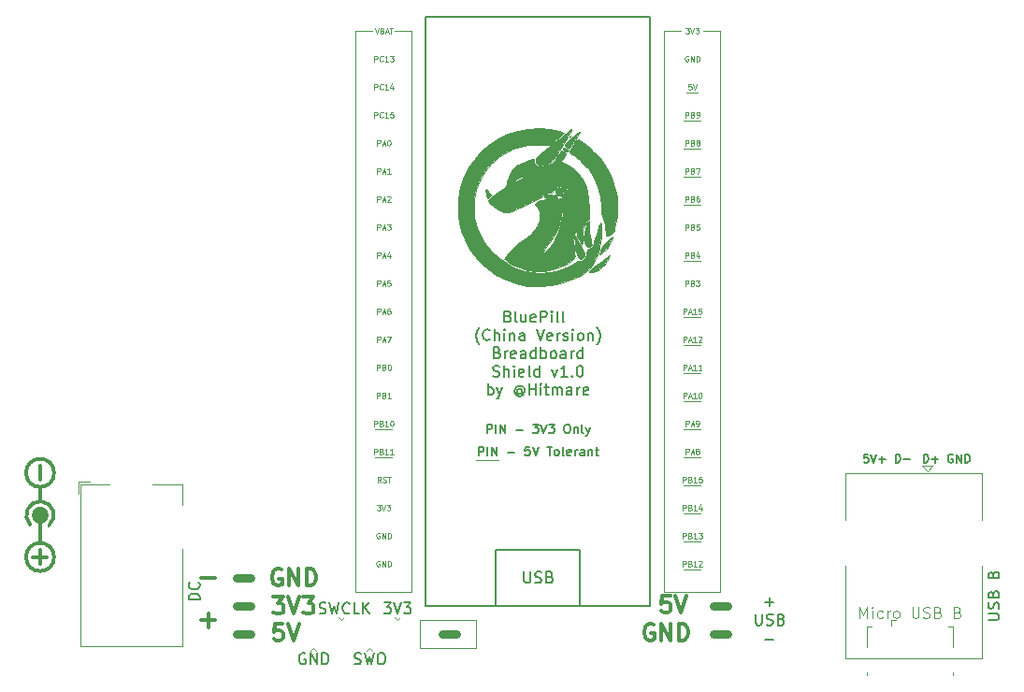
<source format=gbr>
G04 #@! TF.GenerationSoftware,KiCad,Pcbnew,(5.1.5)-3*
G04 #@! TF.CreationDate,2020-07-30T21:29:32+02:00*
G04 #@! TF.ProjectId,BluePill_Breadboard,426c7565-5069-46c6-9c5f-427265616462,rev?*
G04 #@! TF.SameCoordinates,Original*
G04 #@! TF.FileFunction,Legend,Top*
G04 #@! TF.FilePolarity,Positive*
%FSLAX46Y46*%
G04 Gerber Fmt 4.6, Leading zero omitted, Abs format (unit mm)*
G04 Created by KiCad (PCBNEW (5.1.5)-3) date 2020-07-30 21:29:32*
%MOMM*%
%LPD*%
G04 APERTURE LIST*
%ADD10C,0.120000*%
%ADD11C,0.150000*%
%ADD12C,0.750000*%
%ADD13C,0.125000*%
%ADD14C,0.300000*%
%ADD15C,0.200000*%
%ADD16C,0.100000*%
%ADD17C,0.010000*%
%ADD18C,1.500000*%
G04 APERTURE END LIST*
D10*
X136652000Y-136906000D02*
X131572000Y-136906000D01*
X136652000Y-139446000D02*
X136652000Y-136906000D01*
X131572000Y-139446000D02*
X136652000Y-139446000D01*
X131572000Y-136906000D02*
X131572000Y-139446000D01*
X124460000Y-136906000D02*
X124206000Y-136652000D01*
X124460000Y-136906000D02*
X124714000Y-136652000D01*
X129286000Y-136652000D02*
X129540000Y-136906000D01*
X129794000Y-136652000D02*
X129540000Y-136906000D01*
X129540000Y-136906000D02*
X129794000Y-136652000D01*
X127000000Y-139446000D02*
X127254000Y-139700000D01*
X126746000Y-139700000D02*
X127000000Y-139446000D01*
X121920000Y-139446000D02*
X122174000Y-139700000D01*
X121666000Y-139700000D02*
X121920000Y-139446000D01*
D11*
X122452095Y-136294761D02*
X122594952Y-136342380D01*
X122833047Y-136342380D01*
X122928285Y-136294761D01*
X122975904Y-136247142D01*
X123023523Y-136151904D01*
X123023523Y-136056666D01*
X122975904Y-135961428D01*
X122928285Y-135913809D01*
X122833047Y-135866190D01*
X122642571Y-135818571D01*
X122547333Y-135770952D01*
X122499714Y-135723333D01*
X122452095Y-135628095D01*
X122452095Y-135532857D01*
X122499714Y-135437619D01*
X122547333Y-135390000D01*
X122642571Y-135342380D01*
X122880666Y-135342380D01*
X123023523Y-135390000D01*
X123356857Y-135342380D02*
X123594952Y-136342380D01*
X123785428Y-135628095D01*
X123975904Y-136342380D01*
X124214000Y-135342380D01*
X125166380Y-136247142D02*
X125118761Y-136294761D01*
X124975904Y-136342380D01*
X124880666Y-136342380D01*
X124737809Y-136294761D01*
X124642571Y-136199523D01*
X124594952Y-136104285D01*
X124547333Y-135913809D01*
X124547333Y-135770952D01*
X124594952Y-135580476D01*
X124642571Y-135485238D01*
X124737809Y-135390000D01*
X124880666Y-135342380D01*
X124975904Y-135342380D01*
X125118761Y-135390000D01*
X125166380Y-135437619D01*
X126071142Y-136342380D02*
X125594952Y-136342380D01*
X125594952Y-135342380D01*
X126404476Y-136342380D02*
X126404476Y-135342380D01*
X126975904Y-136342380D02*
X126547333Y-135770952D01*
X126975904Y-135342380D02*
X126404476Y-135913809D01*
X125619047Y-140866761D02*
X125761904Y-140914380D01*
X126000000Y-140914380D01*
X126095238Y-140866761D01*
X126142857Y-140819142D01*
X126190476Y-140723904D01*
X126190476Y-140628666D01*
X126142857Y-140533428D01*
X126095238Y-140485809D01*
X126000000Y-140438190D01*
X125809523Y-140390571D01*
X125714285Y-140342952D01*
X125666666Y-140295333D01*
X125619047Y-140200095D01*
X125619047Y-140104857D01*
X125666666Y-140009619D01*
X125714285Y-139962000D01*
X125809523Y-139914380D01*
X126047619Y-139914380D01*
X126190476Y-139962000D01*
X126523809Y-139914380D02*
X126761904Y-140914380D01*
X126952380Y-140200095D01*
X127142857Y-140914380D01*
X127380952Y-139914380D01*
X127952380Y-139914380D02*
X128142857Y-139914380D01*
X128238095Y-139962000D01*
X128333333Y-140057238D01*
X128380952Y-140247714D01*
X128380952Y-140581047D01*
X128333333Y-140771523D01*
X128238095Y-140866761D01*
X128142857Y-140914380D01*
X127952380Y-140914380D01*
X127857142Y-140866761D01*
X127761904Y-140771523D01*
X127714285Y-140581047D01*
X127714285Y-140247714D01*
X127761904Y-140057238D01*
X127857142Y-139962000D01*
X127952380Y-139914380D01*
X128301904Y-135342380D02*
X128920952Y-135342380D01*
X128587619Y-135723333D01*
X128730476Y-135723333D01*
X128825714Y-135770952D01*
X128873333Y-135818571D01*
X128920952Y-135913809D01*
X128920952Y-136151904D01*
X128873333Y-136247142D01*
X128825714Y-136294761D01*
X128730476Y-136342380D01*
X128444761Y-136342380D01*
X128349523Y-136294761D01*
X128301904Y-136247142D01*
X129206666Y-135342380D02*
X129540000Y-136342380D01*
X129873333Y-135342380D01*
X130111428Y-135342380D02*
X130730476Y-135342380D01*
X130397142Y-135723333D01*
X130540000Y-135723333D01*
X130635238Y-135770952D01*
X130682857Y-135818571D01*
X130730476Y-135913809D01*
X130730476Y-136151904D01*
X130682857Y-136247142D01*
X130635238Y-136294761D01*
X130540000Y-136342380D01*
X130254285Y-136342380D01*
X130159047Y-136294761D01*
X130111428Y-136247142D01*
X121158095Y-139962000D02*
X121062857Y-139914380D01*
X120920000Y-139914380D01*
X120777142Y-139962000D01*
X120681904Y-140057238D01*
X120634285Y-140152476D01*
X120586666Y-140342952D01*
X120586666Y-140485809D01*
X120634285Y-140676285D01*
X120681904Y-140771523D01*
X120777142Y-140866761D01*
X120920000Y-140914380D01*
X121015238Y-140914380D01*
X121158095Y-140866761D01*
X121205714Y-140819142D01*
X121205714Y-140485809D01*
X121015238Y-140485809D01*
X121634285Y-140914380D02*
X121634285Y-139914380D01*
X122205714Y-140914380D01*
X122205714Y-139914380D01*
X122681904Y-140914380D02*
X122681904Y-139914380D01*
X122920000Y-139914380D01*
X123062857Y-139962000D01*
X123158095Y-140057238D01*
X123205714Y-140152476D01*
X123253333Y-140342952D01*
X123253333Y-140485809D01*
X123205714Y-140676285D01*
X123158095Y-140771523D01*
X123062857Y-140866761D01*
X122920000Y-140914380D01*
X122681904Y-140914380D01*
D12*
X133604000Y-138176000D02*
X134874000Y-138176000D01*
D10*
X155702000Y-89154000D02*
X156718000Y-89154000D01*
X136652000Y-122428000D02*
X138684000Y-122428000D01*
D11*
X136868571Y-122027904D02*
X136868571Y-121227904D01*
X137173333Y-121227904D01*
X137249523Y-121266000D01*
X137287619Y-121304095D01*
X137325714Y-121380285D01*
X137325714Y-121494571D01*
X137287619Y-121570761D01*
X137249523Y-121608857D01*
X137173333Y-121646952D01*
X136868571Y-121646952D01*
X137668571Y-122027904D02*
X137668571Y-121227904D01*
X138049523Y-122027904D02*
X138049523Y-121227904D01*
X138506666Y-122027904D01*
X138506666Y-121227904D01*
X139497142Y-121723142D02*
X140106666Y-121723142D01*
X141478095Y-121227904D02*
X141097142Y-121227904D01*
X141059047Y-121608857D01*
X141097142Y-121570761D01*
X141173333Y-121532666D01*
X141363809Y-121532666D01*
X141440000Y-121570761D01*
X141478095Y-121608857D01*
X141516190Y-121685047D01*
X141516190Y-121875523D01*
X141478095Y-121951714D01*
X141440000Y-121989809D01*
X141363809Y-122027904D01*
X141173333Y-122027904D01*
X141097142Y-121989809D01*
X141059047Y-121951714D01*
X141744761Y-121227904D02*
X142011428Y-122027904D01*
X142278095Y-121227904D01*
X143040000Y-121227904D02*
X143497142Y-121227904D01*
X143268571Y-122027904D02*
X143268571Y-121227904D01*
X143878095Y-122027904D02*
X143801904Y-121989809D01*
X143763809Y-121951714D01*
X143725714Y-121875523D01*
X143725714Y-121646952D01*
X143763809Y-121570761D01*
X143801904Y-121532666D01*
X143878095Y-121494571D01*
X143992380Y-121494571D01*
X144068571Y-121532666D01*
X144106666Y-121570761D01*
X144144761Y-121646952D01*
X144144761Y-121875523D01*
X144106666Y-121951714D01*
X144068571Y-121989809D01*
X143992380Y-122027904D01*
X143878095Y-122027904D01*
X144601904Y-122027904D02*
X144525714Y-121989809D01*
X144487619Y-121913619D01*
X144487619Y-121227904D01*
X145211428Y-121989809D02*
X145135238Y-122027904D01*
X144982857Y-122027904D01*
X144906666Y-121989809D01*
X144868571Y-121913619D01*
X144868571Y-121608857D01*
X144906666Y-121532666D01*
X144982857Y-121494571D01*
X145135238Y-121494571D01*
X145211428Y-121532666D01*
X145249523Y-121608857D01*
X145249523Y-121685047D01*
X144868571Y-121761238D01*
X145592380Y-122027904D02*
X145592380Y-121494571D01*
X145592380Y-121646952D02*
X145630476Y-121570761D01*
X145668571Y-121532666D01*
X145744761Y-121494571D01*
X145820952Y-121494571D01*
X146430476Y-122027904D02*
X146430476Y-121608857D01*
X146392380Y-121532666D01*
X146316190Y-121494571D01*
X146163809Y-121494571D01*
X146087619Y-121532666D01*
X146430476Y-121989809D02*
X146354285Y-122027904D01*
X146163809Y-122027904D01*
X146087619Y-121989809D01*
X146049523Y-121913619D01*
X146049523Y-121837428D01*
X146087619Y-121761238D01*
X146163809Y-121723142D01*
X146354285Y-121723142D01*
X146430476Y-121685047D01*
X146811428Y-121494571D02*
X146811428Y-122027904D01*
X146811428Y-121570761D02*
X146849523Y-121532666D01*
X146925714Y-121494571D01*
X147040000Y-121494571D01*
X147116190Y-121532666D01*
X147154285Y-121608857D01*
X147154285Y-122027904D01*
X147420952Y-121494571D02*
X147725714Y-121494571D01*
X147535238Y-121227904D02*
X147535238Y-121913619D01*
X147573333Y-121989809D01*
X147649523Y-122027904D01*
X147725714Y-122027904D01*
X137611428Y-119995904D02*
X137611428Y-119195904D01*
X137916190Y-119195904D01*
X137992380Y-119234000D01*
X138030476Y-119272095D01*
X138068571Y-119348285D01*
X138068571Y-119462571D01*
X138030476Y-119538761D01*
X137992380Y-119576857D01*
X137916190Y-119614952D01*
X137611428Y-119614952D01*
X138411428Y-119995904D02*
X138411428Y-119195904D01*
X138792380Y-119995904D02*
X138792380Y-119195904D01*
X139249523Y-119995904D01*
X139249523Y-119195904D01*
X140240000Y-119691142D02*
X140849523Y-119691142D01*
X141763809Y-119195904D02*
X142259047Y-119195904D01*
X141992380Y-119500666D01*
X142106666Y-119500666D01*
X142182857Y-119538761D01*
X142220952Y-119576857D01*
X142259047Y-119653047D01*
X142259047Y-119843523D01*
X142220952Y-119919714D01*
X142182857Y-119957809D01*
X142106666Y-119995904D01*
X141878095Y-119995904D01*
X141801904Y-119957809D01*
X141763809Y-119919714D01*
X142487619Y-119195904D02*
X142754285Y-119995904D01*
X143020952Y-119195904D01*
X143211428Y-119195904D02*
X143706666Y-119195904D01*
X143440000Y-119500666D01*
X143554285Y-119500666D01*
X143630476Y-119538761D01*
X143668571Y-119576857D01*
X143706666Y-119653047D01*
X143706666Y-119843523D01*
X143668571Y-119919714D01*
X143630476Y-119957809D01*
X143554285Y-119995904D01*
X143325714Y-119995904D01*
X143249523Y-119957809D01*
X143211428Y-119919714D01*
X144811428Y-119195904D02*
X144963809Y-119195904D01*
X145040000Y-119234000D01*
X145116190Y-119310190D01*
X145154285Y-119462571D01*
X145154285Y-119729238D01*
X145116190Y-119881619D01*
X145040000Y-119957809D01*
X144963809Y-119995904D01*
X144811428Y-119995904D01*
X144735238Y-119957809D01*
X144659047Y-119881619D01*
X144620952Y-119729238D01*
X144620952Y-119462571D01*
X144659047Y-119310190D01*
X144735238Y-119234000D01*
X144811428Y-119195904D01*
X145497142Y-119462571D02*
X145497142Y-119995904D01*
X145497142Y-119538761D02*
X145535238Y-119500666D01*
X145611428Y-119462571D01*
X145725714Y-119462571D01*
X145801904Y-119500666D01*
X145840000Y-119576857D01*
X145840000Y-119995904D01*
X146335238Y-119995904D02*
X146259047Y-119957809D01*
X146220952Y-119881619D01*
X146220952Y-119195904D01*
X146563809Y-119462571D02*
X146754285Y-119995904D01*
X146944761Y-119462571D02*
X146754285Y-119995904D01*
X146678095Y-120186380D01*
X146640000Y-120224476D01*
X146563809Y-120262571D01*
X139525714Y-109404571D02*
X139668571Y-109452190D01*
X139716190Y-109499809D01*
X139763809Y-109595047D01*
X139763809Y-109737904D01*
X139716190Y-109833142D01*
X139668571Y-109880761D01*
X139573333Y-109928380D01*
X139192380Y-109928380D01*
X139192380Y-108928380D01*
X139525714Y-108928380D01*
X139620952Y-108976000D01*
X139668571Y-109023619D01*
X139716190Y-109118857D01*
X139716190Y-109214095D01*
X139668571Y-109309333D01*
X139620952Y-109356952D01*
X139525714Y-109404571D01*
X139192380Y-109404571D01*
X140335238Y-109928380D02*
X140240000Y-109880761D01*
X140192380Y-109785523D01*
X140192380Y-108928380D01*
X141144761Y-109261714D02*
X141144761Y-109928380D01*
X140716190Y-109261714D02*
X140716190Y-109785523D01*
X140763809Y-109880761D01*
X140859047Y-109928380D01*
X141001904Y-109928380D01*
X141097142Y-109880761D01*
X141144761Y-109833142D01*
X142001904Y-109880761D02*
X141906666Y-109928380D01*
X141716190Y-109928380D01*
X141620952Y-109880761D01*
X141573333Y-109785523D01*
X141573333Y-109404571D01*
X141620952Y-109309333D01*
X141716190Y-109261714D01*
X141906666Y-109261714D01*
X142001904Y-109309333D01*
X142049523Y-109404571D01*
X142049523Y-109499809D01*
X141573333Y-109595047D01*
X142478095Y-109928380D02*
X142478095Y-108928380D01*
X142859047Y-108928380D01*
X142954285Y-108976000D01*
X143001904Y-109023619D01*
X143049523Y-109118857D01*
X143049523Y-109261714D01*
X143001904Y-109356952D01*
X142954285Y-109404571D01*
X142859047Y-109452190D01*
X142478095Y-109452190D01*
X143478095Y-109928380D02*
X143478095Y-109261714D01*
X143478095Y-108928380D02*
X143430476Y-108976000D01*
X143478095Y-109023619D01*
X143525714Y-108976000D01*
X143478095Y-108928380D01*
X143478095Y-109023619D01*
X144097142Y-109928380D02*
X144001904Y-109880761D01*
X143954285Y-109785523D01*
X143954285Y-108928380D01*
X144620952Y-109928380D02*
X144525714Y-109880761D01*
X144478095Y-109785523D01*
X144478095Y-108928380D01*
X136906666Y-111959333D02*
X136859047Y-111911714D01*
X136763809Y-111768857D01*
X136716190Y-111673619D01*
X136668571Y-111530761D01*
X136620952Y-111292666D01*
X136620952Y-111102190D01*
X136668571Y-110864095D01*
X136716190Y-110721238D01*
X136763809Y-110626000D01*
X136859047Y-110483142D01*
X136906666Y-110435523D01*
X137859047Y-111483142D02*
X137811428Y-111530761D01*
X137668571Y-111578380D01*
X137573333Y-111578380D01*
X137430476Y-111530761D01*
X137335238Y-111435523D01*
X137287619Y-111340285D01*
X137240000Y-111149809D01*
X137240000Y-111006952D01*
X137287619Y-110816476D01*
X137335238Y-110721238D01*
X137430476Y-110626000D01*
X137573333Y-110578380D01*
X137668571Y-110578380D01*
X137811428Y-110626000D01*
X137859047Y-110673619D01*
X138287619Y-111578380D02*
X138287619Y-110578380D01*
X138716190Y-111578380D02*
X138716190Y-111054571D01*
X138668571Y-110959333D01*
X138573333Y-110911714D01*
X138430476Y-110911714D01*
X138335238Y-110959333D01*
X138287619Y-111006952D01*
X139192380Y-111578380D02*
X139192380Y-110911714D01*
X139192380Y-110578380D02*
X139144761Y-110626000D01*
X139192380Y-110673619D01*
X139240000Y-110626000D01*
X139192380Y-110578380D01*
X139192380Y-110673619D01*
X139668571Y-110911714D02*
X139668571Y-111578380D01*
X139668571Y-111006952D02*
X139716190Y-110959333D01*
X139811428Y-110911714D01*
X139954285Y-110911714D01*
X140049523Y-110959333D01*
X140097142Y-111054571D01*
X140097142Y-111578380D01*
X141001904Y-111578380D02*
X141001904Y-111054571D01*
X140954285Y-110959333D01*
X140859047Y-110911714D01*
X140668571Y-110911714D01*
X140573333Y-110959333D01*
X141001904Y-111530761D02*
X140906666Y-111578380D01*
X140668571Y-111578380D01*
X140573333Y-111530761D01*
X140525714Y-111435523D01*
X140525714Y-111340285D01*
X140573333Y-111245047D01*
X140668571Y-111197428D01*
X140906666Y-111197428D01*
X141001904Y-111149809D01*
X142097142Y-110578380D02*
X142430476Y-111578380D01*
X142763809Y-110578380D01*
X143478095Y-111530761D02*
X143382857Y-111578380D01*
X143192380Y-111578380D01*
X143097142Y-111530761D01*
X143049523Y-111435523D01*
X143049523Y-111054571D01*
X143097142Y-110959333D01*
X143192380Y-110911714D01*
X143382857Y-110911714D01*
X143478095Y-110959333D01*
X143525714Y-111054571D01*
X143525714Y-111149809D01*
X143049523Y-111245047D01*
X143954285Y-111578380D02*
X143954285Y-110911714D01*
X143954285Y-111102190D02*
X144001904Y-111006952D01*
X144049523Y-110959333D01*
X144144761Y-110911714D01*
X144240000Y-110911714D01*
X144525714Y-111530761D02*
X144620952Y-111578380D01*
X144811428Y-111578380D01*
X144906666Y-111530761D01*
X144954285Y-111435523D01*
X144954285Y-111387904D01*
X144906666Y-111292666D01*
X144811428Y-111245047D01*
X144668571Y-111245047D01*
X144573333Y-111197428D01*
X144525714Y-111102190D01*
X144525714Y-111054571D01*
X144573333Y-110959333D01*
X144668571Y-110911714D01*
X144811428Y-110911714D01*
X144906666Y-110959333D01*
X145382857Y-111578380D02*
X145382857Y-110911714D01*
X145382857Y-110578380D02*
X145335238Y-110626000D01*
X145382857Y-110673619D01*
X145430476Y-110626000D01*
X145382857Y-110578380D01*
X145382857Y-110673619D01*
X146001904Y-111578380D02*
X145906666Y-111530761D01*
X145859047Y-111483142D01*
X145811428Y-111387904D01*
X145811428Y-111102190D01*
X145859047Y-111006952D01*
X145906666Y-110959333D01*
X146001904Y-110911714D01*
X146144761Y-110911714D01*
X146240000Y-110959333D01*
X146287619Y-111006952D01*
X146335238Y-111102190D01*
X146335238Y-111387904D01*
X146287619Y-111483142D01*
X146240000Y-111530761D01*
X146144761Y-111578380D01*
X146001904Y-111578380D01*
X146763809Y-110911714D02*
X146763809Y-111578380D01*
X146763809Y-111006952D02*
X146811428Y-110959333D01*
X146906666Y-110911714D01*
X147049523Y-110911714D01*
X147144761Y-110959333D01*
X147192380Y-111054571D01*
X147192380Y-111578380D01*
X147573333Y-111959333D02*
X147620952Y-111911714D01*
X147716190Y-111768857D01*
X147763809Y-111673619D01*
X147811428Y-111530761D01*
X147859047Y-111292666D01*
X147859047Y-111102190D01*
X147811428Y-110864095D01*
X147763809Y-110721238D01*
X147716190Y-110626000D01*
X147620952Y-110483142D01*
X147573333Y-110435523D01*
X138549523Y-112704571D02*
X138692380Y-112752190D01*
X138740000Y-112799809D01*
X138787619Y-112895047D01*
X138787619Y-113037904D01*
X138740000Y-113133142D01*
X138692380Y-113180761D01*
X138597142Y-113228380D01*
X138216190Y-113228380D01*
X138216190Y-112228380D01*
X138549523Y-112228380D01*
X138644761Y-112276000D01*
X138692380Y-112323619D01*
X138740000Y-112418857D01*
X138740000Y-112514095D01*
X138692380Y-112609333D01*
X138644761Y-112656952D01*
X138549523Y-112704571D01*
X138216190Y-112704571D01*
X139216190Y-113228380D02*
X139216190Y-112561714D01*
X139216190Y-112752190D02*
X139263809Y-112656952D01*
X139311428Y-112609333D01*
X139406666Y-112561714D01*
X139501904Y-112561714D01*
X140216190Y-113180761D02*
X140120952Y-113228380D01*
X139930476Y-113228380D01*
X139835238Y-113180761D01*
X139787619Y-113085523D01*
X139787619Y-112704571D01*
X139835238Y-112609333D01*
X139930476Y-112561714D01*
X140120952Y-112561714D01*
X140216190Y-112609333D01*
X140263809Y-112704571D01*
X140263809Y-112799809D01*
X139787619Y-112895047D01*
X141120952Y-113228380D02*
X141120952Y-112704571D01*
X141073333Y-112609333D01*
X140978095Y-112561714D01*
X140787619Y-112561714D01*
X140692380Y-112609333D01*
X141120952Y-113180761D02*
X141025714Y-113228380D01*
X140787619Y-113228380D01*
X140692380Y-113180761D01*
X140644761Y-113085523D01*
X140644761Y-112990285D01*
X140692380Y-112895047D01*
X140787619Y-112847428D01*
X141025714Y-112847428D01*
X141120952Y-112799809D01*
X142025714Y-113228380D02*
X142025714Y-112228380D01*
X142025714Y-113180761D02*
X141930476Y-113228380D01*
X141740000Y-113228380D01*
X141644761Y-113180761D01*
X141597142Y-113133142D01*
X141549523Y-113037904D01*
X141549523Y-112752190D01*
X141597142Y-112656952D01*
X141644761Y-112609333D01*
X141740000Y-112561714D01*
X141930476Y-112561714D01*
X142025714Y-112609333D01*
X142501904Y-113228380D02*
X142501904Y-112228380D01*
X142501904Y-112609333D02*
X142597142Y-112561714D01*
X142787619Y-112561714D01*
X142882857Y-112609333D01*
X142930476Y-112656952D01*
X142978095Y-112752190D01*
X142978095Y-113037904D01*
X142930476Y-113133142D01*
X142882857Y-113180761D01*
X142787619Y-113228380D01*
X142597142Y-113228380D01*
X142501904Y-113180761D01*
X143549523Y-113228380D02*
X143454285Y-113180761D01*
X143406666Y-113133142D01*
X143359047Y-113037904D01*
X143359047Y-112752190D01*
X143406666Y-112656952D01*
X143454285Y-112609333D01*
X143549523Y-112561714D01*
X143692380Y-112561714D01*
X143787619Y-112609333D01*
X143835238Y-112656952D01*
X143882857Y-112752190D01*
X143882857Y-113037904D01*
X143835238Y-113133142D01*
X143787619Y-113180761D01*
X143692380Y-113228380D01*
X143549523Y-113228380D01*
X144740000Y-113228380D02*
X144740000Y-112704571D01*
X144692380Y-112609333D01*
X144597142Y-112561714D01*
X144406666Y-112561714D01*
X144311428Y-112609333D01*
X144740000Y-113180761D02*
X144644761Y-113228380D01*
X144406666Y-113228380D01*
X144311428Y-113180761D01*
X144263809Y-113085523D01*
X144263809Y-112990285D01*
X144311428Y-112895047D01*
X144406666Y-112847428D01*
X144644761Y-112847428D01*
X144740000Y-112799809D01*
X145216190Y-113228380D02*
X145216190Y-112561714D01*
X145216190Y-112752190D02*
X145263809Y-112656952D01*
X145311428Y-112609333D01*
X145406666Y-112561714D01*
X145501904Y-112561714D01*
X146263809Y-113228380D02*
X146263809Y-112228380D01*
X146263809Y-113180761D02*
X146168571Y-113228380D01*
X145978095Y-113228380D01*
X145882857Y-113180761D01*
X145835238Y-113133142D01*
X145787619Y-113037904D01*
X145787619Y-112752190D01*
X145835238Y-112656952D01*
X145882857Y-112609333D01*
X145978095Y-112561714D01*
X146168571Y-112561714D01*
X146263809Y-112609333D01*
X138168571Y-114830761D02*
X138311428Y-114878380D01*
X138549523Y-114878380D01*
X138644761Y-114830761D01*
X138692380Y-114783142D01*
X138740000Y-114687904D01*
X138740000Y-114592666D01*
X138692380Y-114497428D01*
X138644761Y-114449809D01*
X138549523Y-114402190D01*
X138359047Y-114354571D01*
X138263809Y-114306952D01*
X138216190Y-114259333D01*
X138168571Y-114164095D01*
X138168571Y-114068857D01*
X138216190Y-113973619D01*
X138263809Y-113926000D01*
X138359047Y-113878380D01*
X138597142Y-113878380D01*
X138740000Y-113926000D01*
X139168571Y-114878380D02*
X139168571Y-113878380D01*
X139597142Y-114878380D02*
X139597142Y-114354571D01*
X139549523Y-114259333D01*
X139454285Y-114211714D01*
X139311428Y-114211714D01*
X139216190Y-114259333D01*
X139168571Y-114306952D01*
X140073333Y-114878380D02*
X140073333Y-114211714D01*
X140073333Y-113878380D02*
X140025714Y-113926000D01*
X140073333Y-113973619D01*
X140120952Y-113926000D01*
X140073333Y-113878380D01*
X140073333Y-113973619D01*
X140930476Y-114830761D02*
X140835238Y-114878380D01*
X140644761Y-114878380D01*
X140549523Y-114830761D01*
X140501904Y-114735523D01*
X140501904Y-114354571D01*
X140549523Y-114259333D01*
X140644761Y-114211714D01*
X140835238Y-114211714D01*
X140930476Y-114259333D01*
X140978095Y-114354571D01*
X140978095Y-114449809D01*
X140501904Y-114545047D01*
X141549523Y-114878380D02*
X141454285Y-114830761D01*
X141406666Y-114735523D01*
X141406666Y-113878380D01*
X142359047Y-114878380D02*
X142359047Y-113878380D01*
X142359047Y-114830761D02*
X142263809Y-114878380D01*
X142073333Y-114878380D01*
X141978095Y-114830761D01*
X141930476Y-114783142D01*
X141882857Y-114687904D01*
X141882857Y-114402190D01*
X141930476Y-114306952D01*
X141978095Y-114259333D01*
X142073333Y-114211714D01*
X142263809Y-114211714D01*
X142359047Y-114259333D01*
X143501904Y-114211714D02*
X143740000Y-114878380D01*
X143978095Y-114211714D01*
X144882857Y-114878380D02*
X144311428Y-114878380D01*
X144597142Y-114878380D02*
X144597142Y-113878380D01*
X144501904Y-114021238D01*
X144406666Y-114116476D01*
X144311428Y-114164095D01*
X145311428Y-114783142D02*
X145359047Y-114830761D01*
X145311428Y-114878380D01*
X145263809Y-114830761D01*
X145311428Y-114783142D01*
X145311428Y-114878380D01*
X145978095Y-113878380D02*
X146073333Y-113878380D01*
X146168571Y-113926000D01*
X146216190Y-113973619D01*
X146263809Y-114068857D01*
X146311428Y-114259333D01*
X146311428Y-114497428D01*
X146263809Y-114687904D01*
X146216190Y-114783142D01*
X146168571Y-114830761D01*
X146073333Y-114878380D01*
X145978095Y-114878380D01*
X145882857Y-114830761D01*
X145835238Y-114783142D01*
X145787619Y-114687904D01*
X145740000Y-114497428D01*
X145740000Y-114259333D01*
X145787619Y-114068857D01*
X145835238Y-113973619D01*
X145882857Y-113926000D01*
X145978095Y-113878380D01*
X137716190Y-116528380D02*
X137716190Y-115528380D01*
X137716190Y-115909333D02*
X137811428Y-115861714D01*
X138001904Y-115861714D01*
X138097142Y-115909333D01*
X138144761Y-115956952D01*
X138192380Y-116052190D01*
X138192380Y-116337904D01*
X138144761Y-116433142D01*
X138097142Y-116480761D01*
X138001904Y-116528380D01*
X137811428Y-116528380D01*
X137716190Y-116480761D01*
X138525714Y-115861714D02*
X138763809Y-116528380D01*
X139001904Y-115861714D02*
X138763809Y-116528380D01*
X138668571Y-116766476D01*
X138620952Y-116814095D01*
X138525714Y-116861714D01*
X140763809Y-116052190D02*
X140716190Y-116004571D01*
X140620952Y-115956952D01*
X140525714Y-115956952D01*
X140430476Y-116004571D01*
X140382857Y-116052190D01*
X140335238Y-116147428D01*
X140335238Y-116242666D01*
X140382857Y-116337904D01*
X140430476Y-116385523D01*
X140525714Y-116433142D01*
X140620952Y-116433142D01*
X140716190Y-116385523D01*
X140763809Y-116337904D01*
X140763809Y-115956952D02*
X140763809Y-116337904D01*
X140811428Y-116385523D01*
X140859047Y-116385523D01*
X140954285Y-116337904D01*
X141001904Y-116242666D01*
X141001904Y-116004571D01*
X140906666Y-115861714D01*
X140763809Y-115766476D01*
X140573333Y-115718857D01*
X140382857Y-115766476D01*
X140240000Y-115861714D01*
X140144761Y-116004571D01*
X140097142Y-116195047D01*
X140144761Y-116385523D01*
X140240000Y-116528380D01*
X140382857Y-116623619D01*
X140573333Y-116671238D01*
X140763809Y-116623619D01*
X140906666Y-116528380D01*
X141430476Y-116528380D02*
X141430476Y-115528380D01*
X141430476Y-116004571D02*
X142001904Y-116004571D01*
X142001904Y-116528380D02*
X142001904Y-115528380D01*
X142478095Y-116528380D02*
X142478095Y-115861714D01*
X142478095Y-115528380D02*
X142430476Y-115576000D01*
X142478095Y-115623619D01*
X142525714Y-115576000D01*
X142478095Y-115528380D01*
X142478095Y-115623619D01*
X142811428Y-115861714D02*
X143192380Y-115861714D01*
X142954285Y-115528380D02*
X142954285Y-116385523D01*
X143001904Y-116480761D01*
X143097142Y-116528380D01*
X143192380Y-116528380D01*
X143525714Y-116528380D02*
X143525714Y-115861714D01*
X143525714Y-115956952D02*
X143573333Y-115909333D01*
X143668571Y-115861714D01*
X143811428Y-115861714D01*
X143906666Y-115909333D01*
X143954285Y-116004571D01*
X143954285Y-116528380D01*
X143954285Y-116004571D02*
X144001904Y-115909333D01*
X144097142Y-115861714D01*
X144239999Y-115861714D01*
X144335238Y-115909333D01*
X144382857Y-116004571D01*
X144382857Y-116528380D01*
X145287619Y-116528380D02*
X145287619Y-116004571D01*
X145239999Y-115909333D01*
X145144761Y-115861714D01*
X144954285Y-115861714D01*
X144859047Y-115909333D01*
X145287619Y-116480761D02*
X145192380Y-116528380D01*
X144954285Y-116528380D01*
X144859047Y-116480761D01*
X144811428Y-116385523D01*
X144811428Y-116290285D01*
X144859047Y-116195047D01*
X144954285Y-116147428D01*
X145192380Y-116147428D01*
X145287619Y-116099809D01*
X145763809Y-116528380D02*
X145763809Y-115861714D01*
X145763809Y-116052190D02*
X145811428Y-115956952D01*
X145859047Y-115909333D01*
X145954285Y-115861714D01*
X146049523Y-115861714D01*
X146763809Y-116480761D02*
X146668571Y-116528380D01*
X146478095Y-116528380D01*
X146382857Y-116480761D01*
X146335238Y-116385523D01*
X146335238Y-116004571D01*
X146382857Y-115909333D01*
X146478095Y-115861714D01*
X146668571Y-115861714D01*
X146763809Y-115909333D01*
X146811428Y-116004571D01*
X146811428Y-116099809D01*
X146335238Y-116195047D01*
D10*
X127508000Y-119634000D02*
X129032000Y-119634000D01*
X127508000Y-122174000D02*
X129032000Y-122174000D01*
X155448000Y-132334000D02*
X156972000Y-132334000D01*
X155448000Y-129794000D02*
X156972000Y-129794000D01*
X155448000Y-127254000D02*
X156972000Y-127254000D01*
X155448000Y-124714000D02*
X156972000Y-124714000D01*
X155448000Y-122174000D02*
X156972000Y-122174000D01*
X155448000Y-119634000D02*
X156972000Y-119634000D01*
X155448000Y-117094000D02*
X156972000Y-117094000D01*
X155448000Y-114554000D02*
X156972000Y-114554000D01*
X155448000Y-112014000D02*
X156972000Y-112014000D01*
X155448000Y-109474000D02*
X156972000Y-109474000D01*
X155448000Y-104394000D02*
X156972000Y-104394000D01*
X155448000Y-99314000D02*
X156972000Y-99314000D01*
X155448000Y-96774000D02*
X156972000Y-96774000D01*
X155448000Y-94234000D02*
X156972000Y-94234000D01*
X155448000Y-91694000D02*
X156972000Y-91694000D01*
D13*
X155352857Y-132052190D02*
X155352857Y-131552190D01*
X155543333Y-131552190D01*
X155590952Y-131576000D01*
X155614761Y-131599809D01*
X155638571Y-131647428D01*
X155638571Y-131718857D01*
X155614761Y-131766476D01*
X155590952Y-131790285D01*
X155543333Y-131814095D01*
X155352857Y-131814095D01*
X156019523Y-131790285D02*
X156090952Y-131814095D01*
X156114761Y-131837904D01*
X156138571Y-131885523D01*
X156138571Y-131956952D01*
X156114761Y-132004571D01*
X156090952Y-132028380D01*
X156043333Y-132052190D01*
X155852857Y-132052190D01*
X155852857Y-131552190D01*
X156019523Y-131552190D01*
X156067142Y-131576000D01*
X156090952Y-131599809D01*
X156114761Y-131647428D01*
X156114761Y-131695047D01*
X156090952Y-131742666D01*
X156067142Y-131766476D01*
X156019523Y-131790285D01*
X155852857Y-131790285D01*
X156614761Y-132052190D02*
X156329047Y-132052190D01*
X156471904Y-132052190D02*
X156471904Y-131552190D01*
X156424285Y-131623619D01*
X156376666Y-131671238D01*
X156329047Y-131695047D01*
X156805238Y-131599809D02*
X156829047Y-131576000D01*
X156876666Y-131552190D01*
X156995714Y-131552190D01*
X157043333Y-131576000D01*
X157067142Y-131599809D01*
X157090952Y-131647428D01*
X157090952Y-131695047D01*
X157067142Y-131766476D01*
X156781428Y-132052190D01*
X157090952Y-132052190D01*
X155352857Y-129512190D02*
X155352857Y-129012190D01*
X155543333Y-129012190D01*
X155590952Y-129036000D01*
X155614761Y-129059809D01*
X155638571Y-129107428D01*
X155638571Y-129178857D01*
X155614761Y-129226476D01*
X155590952Y-129250285D01*
X155543333Y-129274095D01*
X155352857Y-129274095D01*
X156019523Y-129250285D02*
X156090952Y-129274095D01*
X156114761Y-129297904D01*
X156138571Y-129345523D01*
X156138571Y-129416952D01*
X156114761Y-129464571D01*
X156090952Y-129488380D01*
X156043333Y-129512190D01*
X155852857Y-129512190D01*
X155852857Y-129012190D01*
X156019523Y-129012190D01*
X156067142Y-129036000D01*
X156090952Y-129059809D01*
X156114761Y-129107428D01*
X156114761Y-129155047D01*
X156090952Y-129202666D01*
X156067142Y-129226476D01*
X156019523Y-129250285D01*
X155852857Y-129250285D01*
X156614761Y-129512190D02*
X156329047Y-129512190D01*
X156471904Y-129512190D02*
X156471904Y-129012190D01*
X156424285Y-129083619D01*
X156376666Y-129131238D01*
X156329047Y-129155047D01*
X156781428Y-129012190D02*
X157090952Y-129012190D01*
X156924285Y-129202666D01*
X156995714Y-129202666D01*
X157043333Y-129226476D01*
X157067142Y-129250285D01*
X157090952Y-129297904D01*
X157090952Y-129416952D01*
X157067142Y-129464571D01*
X157043333Y-129488380D01*
X156995714Y-129512190D01*
X156852857Y-129512190D01*
X156805238Y-129488380D01*
X156781428Y-129464571D01*
X155352857Y-126972190D02*
X155352857Y-126472190D01*
X155543333Y-126472190D01*
X155590952Y-126496000D01*
X155614761Y-126519809D01*
X155638571Y-126567428D01*
X155638571Y-126638857D01*
X155614761Y-126686476D01*
X155590952Y-126710285D01*
X155543333Y-126734095D01*
X155352857Y-126734095D01*
X156019523Y-126710285D02*
X156090952Y-126734095D01*
X156114761Y-126757904D01*
X156138571Y-126805523D01*
X156138571Y-126876952D01*
X156114761Y-126924571D01*
X156090952Y-126948380D01*
X156043333Y-126972190D01*
X155852857Y-126972190D01*
X155852857Y-126472190D01*
X156019523Y-126472190D01*
X156067142Y-126496000D01*
X156090952Y-126519809D01*
X156114761Y-126567428D01*
X156114761Y-126615047D01*
X156090952Y-126662666D01*
X156067142Y-126686476D01*
X156019523Y-126710285D01*
X155852857Y-126710285D01*
X156614761Y-126972190D02*
X156329047Y-126972190D01*
X156471904Y-126972190D02*
X156471904Y-126472190D01*
X156424285Y-126543619D01*
X156376666Y-126591238D01*
X156329047Y-126615047D01*
X157043333Y-126638857D02*
X157043333Y-126972190D01*
X156924285Y-126448380D02*
X156805238Y-126805523D01*
X157114761Y-126805523D01*
X155352857Y-124432190D02*
X155352857Y-123932190D01*
X155543333Y-123932190D01*
X155590952Y-123956000D01*
X155614761Y-123979809D01*
X155638571Y-124027428D01*
X155638571Y-124098857D01*
X155614761Y-124146476D01*
X155590952Y-124170285D01*
X155543333Y-124194095D01*
X155352857Y-124194095D01*
X156019523Y-124170285D02*
X156090952Y-124194095D01*
X156114761Y-124217904D01*
X156138571Y-124265523D01*
X156138571Y-124336952D01*
X156114761Y-124384571D01*
X156090952Y-124408380D01*
X156043333Y-124432190D01*
X155852857Y-124432190D01*
X155852857Y-123932190D01*
X156019523Y-123932190D01*
X156067142Y-123956000D01*
X156090952Y-123979809D01*
X156114761Y-124027428D01*
X156114761Y-124075047D01*
X156090952Y-124122666D01*
X156067142Y-124146476D01*
X156019523Y-124170285D01*
X155852857Y-124170285D01*
X156614761Y-124432190D02*
X156329047Y-124432190D01*
X156471904Y-124432190D02*
X156471904Y-123932190D01*
X156424285Y-124003619D01*
X156376666Y-124051238D01*
X156329047Y-124075047D01*
X157067142Y-123932190D02*
X156829047Y-123932190D01*
X156805238Y-124170285D01*
X156829047Y-124146476D01*
X156876666Y-124122666D01*
X156995714Y-124122666D01*
X157043333Y-124146476D01*
X157067142Y-124170285D01*
X157090952Y-124217904D01*
X157090952Y-124336952D01*
X157067142Y-124384571D01*
X157043333Y-124408380D01*
X156995714Y-124432190D01*
X156876666Y-124432190D01*
X156829047Y-124408380D01*
X156805238Y-124384571D01*
X155626666Y-121892190D02*
X155626666Y-121392190D01*
X155817142Y-121392190D01*
X155864761Y-121416000D01*
X155888571Y-121439809D01*
X155912380Y-121487428D01*
X155912380Y-121558857D01*
X155888571Y-121606476D01*
X155864761Y-121630285D01*
X155817142Y-121654095D01*
X155626666Y-121654095D01*
X156102857Y-121749333D02*
X156340952Y-121749333D01*
X156055238Y-121892190D02*
X156221904Y-121392190D01*
X156388571Y-121892190D01*
X156626666Y-121606476D02*
X156579047Y-121582666D01*
X156555238Y-121558857D01*
X156531428Y-121511238D01*
X156531428Y-121487428D01*
X156555238Y-121439809D01*
X156579047Y-121416000D01*
X156626666Y-121392190D01*
X156721904Y-121392190D01*
X156769523Y-121416000D01*
X156793333Y-121439809D01*
X156817142Y-121487428D01*
X156817142Y-121511238D01*
X156793333Y-121558857D01*
X156769523Y-121582666D01*
X156721904Y-121606476D01*
X156626666Y-121606476D01*
X156579047Y-121630285D01*
X156555238Y-121654095D01*
X156531428Y-121701714D01*
X156531428Y-121796952D01*
X156555238Y-121844571D01*
X156579047Y-121868380D01*
X156626666Y-121892190D01*
X156721904Y-121892190D01*
X156769523Y-121868380D01*
X156793333Y-121844571D01*
X156817142Y-121796952D01*
X156817142Y-121701714D01*
X156793333Y-121654095D01*
X156769523Y-121630285D01*
X156721904Y-121606476D01*
X155626666Y-119352190D02*
X155626666Y-118852190D01*
X155817142Y-118852190D01*
X155864761Y-118876000D01*
X155888571Y-118899809D01*
X155912380Y-118947428D01*
X155912380Y-119018857D01*
X155888571Y-119066476D01*
X155864761Y-119090285D01*
X155817142Y-119114095D01*
X155626666Y-119114095D01*
X156102857Y-119209333D02*
X156340952Y-119209333D01*
X156055238Y-119352190D02*
X156221904Y-118852190D01*
X156388571Y-119352190D01*
X156579047Y-119352190D02*
X156674285Y-119352190D01*
X156721904Y-119328380D01*
X156745714Y-119304571D01*
X156793333Y-119233142D01*
X156817142Y-119137904D01*
X156817142Y-118947428D01*
X156793333Y-118899809D01*
X156769523Y-118876000D01*
X156721904Y-118852190D01*
X156626666Y-118852190D01*
X156579047Y-118876000D01*
X156555238Y-118899809D01*
X156531428Y-118947428D01*
X156531428Y-119066476D01*
X156555238Y-119114095D01*
X156579047Y-119137904D01*
X156626666Y-119161714D01*
X156721904Y-119161714D01*
X156769523Y-119137904D01*
X156793333Y-119114095D01*
X156817142Y-119066476D01*
X155388571Y-116812190D02*
X155388571Y-116312190D01*
X155579047Y-116312190D01*
X155626666Y-116336000D01*
X155650476Y-116359809D01*
X155674285Y-116407428D01*
X155674285Y-116478857D01*
X155650476Y-116526476D01*
X155626666Y-116550285D01*
X155579047Y-116574095D01*
X155388571Y-116574095D01*
X155864761Y-116669333D02*
X156102857Y-116669333D01*
X155817142Y-116812190D02*
X155983809Y-116312190D01*
X156150476Y-116812190D01*
X156579047Y-116812190D02*
X156293333Y-116812190D01*
X156436190Y-116812190D02*
X156436190Y-116312190D01*
X156388571Y-116383619D01*
X156340952Y-116431238D01*
X156293333Y-116455047D01*
X156888571Y-116312190D02*
X156936190Y-116312190D01*
X156983809Y-116336000D01*
X157007619Y-116359809D01*
X157031428Y-116407428D01*
X157055238Y-116502666D01*
X157055238Y-116621714D01*
X157031428Y-116716952D01*
X157007619Y-116764571D01*
X156983809Y-116788380D01*
X156936190Y-116812190D01*
X156888571Y-116812190D01*
X156840952Y-116788380D01*
X156817142Y-116764571D01*
X156793333Y-116716952D01*
X156769523Y-116621714D01*
X156769523Y-116502666D01*
X156793333Y-116407428D01*
X156817142Y-116359809D01*
X156840952Y-116336000D01*
X156888571Y-116312190D01*
X155388571Y-114272190D02*
X155388571Y-113772190D01*
X155579047Y-113772190D01*
X155626666Y-113796000D01*
X155650476Y-113819809D01*
X155674285Y-113867428D01*
X155674285Y-113938857D01*
X155650476Y-113986476D01*
X155626666Y-114010285D01*
X155579047Y-114034095D01*
X155388571Y-114034095D01*
X155864761Y-114129333D02*
X156102857Y-114129333D01*
X155817142Y-114272190D02*
X155983809Y-113772190D01*
X156150476Y-114272190D01*
X156579047Y-114272190D02*
X156293333Y-114272190D01*
X156436190Y-114272190D02*
X156436190Y-113772190D01*
X156388571Y-113843619D01*
X156340952Y-113891238D01*
X156293333Y-113915047D01*
X157055238Y-114272190D02*
X156769523Y-114272190D01*
X156912380Y-114272190D02*
X156912380Y-113772190D01*
X156864761Y-113843619D01*
X156817142Y-113891238D01*
X156769523Y-113915047D01*
X155388571Y-111732190D02*
X155388571Y-111232190D01*
X155579047Y-111232190D01*
X155626666Y-111256000D01*
X155650476Y-111279809D01*
X155674285Y-111327428D01*
X155674285Y-111398857D01*
X155650476Y-111446476D01*
X155626666Y-111470285D01*
X155579047Y-111494095D01*
X155388571Y-111494095D01*
X155864761Y-111589333D02*
X156102857Y-111589333D01*
X155817142Y-111732190D02*
X155983809Y-111232190D01*
X156150476Y-111732190D01*
X156579047Y-111732190D02*
X156293333Y-111732190D01*
X156436190Y-111732190D02*
X156436190Y-111232190D01*
X156388571Y-111303619D01*
X156340952Y-111351238D01*
X156293333Y-111375047D01*
X156769523Y-111279809D02*
X156793333Y-111256000D01*
X156840952Y-111232190D01*
X156960000Y-111232190D01*
X157007619Y-111256000D01*
X157031428Y-111279809D01*
X157055238Y-111327428D01*
X157055238Y-111375047D01*
X157031428Y-111446476D01*
X156745714Y-111732190D01*
X157055238Y-111732190D01*
X155388571Y-109192190D02*
X155388571Y-108692190D01*
X155579047Y-108692190D01*
X155626666Y-108716000D01*
X155650476Y-108739809D01*
X155674285Y-108787428D01*
X155674285Y-108858857D01*
X155650476Y-108906476D01*
X155626666Y-108930285D01*
X155579047Y-108954095D01*
X155388571Y-108954095D01*
X155864761Y-109049333D02*
X156102857Y-109049333D01*
X155817142Y-109192190D02*
X155983809Y-108692190D01*
X156150476Y-109192190D01*
X156579047Y-109192190D02*
X156293333Y-109192190D01*
X156436190Y-109192190D02*
X156436190Y-108692190D01*
X156388571Y-108763619D01*
X156340952Y-108811238D01*
X156293333Y-108835047D01*
X157031428Y-108692190D02*
X156793333Y-108692190D01*
X156769523Y-108930285D01*
X156793333Y-108906476D01*
X156840952Y-108882666D01*
X156960000Y-108882666D01*
X157007619Y-108906476D01*
X157031428Y-108930285D01*
X157055238Y-108977904D01*
X157055238Y-109096952D01*
X157031428Y-109144571D01*
X157007619Y-109168380D01*
X156960000Y-109192190D01*
X156840952Y-109192190D01*
X156793333Y-109168380D01*
X156769523Y-109144571D01*
X155590952Y-106652190D02*
X155590952Y-106152190D01*
X155781428Y-106152190D01*
X155829047Y-106176000D01*
X155852857Y-106199809D01*
X155876666Y-106247428D01*
X155876666Y-106318857D01*
X155852857Y-106366476D01*
X155829047Y-106390285D01*
X155781428Y-106414095D01*
X155590952Y-106414095D01*
X156257619Y-106390285D02*
X156329047Y-106414095D01*
X156352857Y-106437904D01*
X156376666Y-106485523D01*
X156376666Y-106556952D01*
X156352857Y-106604571D01*
X156329047Y-106628380D01*
X156281428Y-106652190D01*
X156090952Y-106652190D01*
X156090952Y-106152190D01*
X156257619Y-106152190D01*
X156305238Y-106176000D01*
X156329047Y-106199809D01*
X156352857Y-106247428D01*
X156352857Y-106295047D01*
X156329047Y-106342666D01*
X156305238Y-106366476D01*
X156257619Y-106390285D01*
X156090952Y-106390285D01*
X156543333Y-106152190D02*
X156852857Y-106152190D01*
X156686190Y-106342666D01*
X156757619Y-106342666D01*
X156805238Y-106366476D01*
X156829047Y-106390285D01*
X156852857Y-106437904D01*
X156852857Y-106556952D01*
X156829047Y-106604571D01*
X156805238Y-106628380D01*
X156757619Y-106652190D01*
X156614761Y-106652190D01*
X156567142Y-106628380D01*
X156543333Y-106604571D01*
X155590952Y-104112190D02*
X155590952Y-103612190D01*
X155781428Y-103612190D01*
X155829047Y-103636000D01*
X155852857Y-103659809D01*
X155876666Y-103707428D01*
X155876666Y-103778857D01*
X155852857Y-103826476D01*
X155829047Y-103850285D01*
X155781428Y-103874095D01*
X155590952Y-103874095D01*
X156257619Y-103850285D02*
X156329047Y-103874095D01*
X156352857Y-103897904D01*
X156376666Y-103945523D01*
X156376666Y-104016952D01*
X156352857Y-104064571D01*
X156329047Y-104088380D01*
X156281428Y-104112190D01*
X156090952Y-104112190D01*
X156090952Y-103612190D01*
X156257619Y-103612190D01*
X156305238Y-103636000D01*
X156329047Y-103659809D01*
X156352857Y-103707428D01*
X156352857Y-103755047D01*
X156329047Y-103802666D01*
X156305238Y-103826476D01*
X156257619Y-103850285D01*
X156090952Y-103850285D01*
X156805238Y-103778857D02*
X156805238Y-104112190D01*
X156686190Y-103588380D02*
X156567142Y-103945523D01*
X156876666Y-103945523D01*
X155590952Y-101572190D02*
X155590952Y-101072190D01*
X155781428Y-101072190D01*
X155829047Y-101096000D01*
X155852857Y-101119809D01*
X155876666Y-101167428D01*
X155876666Y-101238857D01*
X155852857Y-101286476D01*
X155829047Y-101310285D01*
X155781428Y-101334095D01*
X155590952Y-101334095D01*
X156257619Y-101310285D02*
X156329047Y-101334095D01*
X156352857Y-101357904D01*
X156376666Y-101405523D01*
X156376666Y-101476952D01*
X156352857Y-101524571D01*
X156329047Y-101548380D01*
X156281428Y-101572190D01*
X156090952Y-101572190D01*
X156090952Y-101072190D01*
X156257619Y-101072190D01*
X156305238Y-101096000D01*
X156329047Y-101119809D01*
X156352857Y-101167428D01*
X156352857Y-101215047D01*
X156329047Y-101262666D01*
X156305238Y-101286476D01*
X156257619Y-101310285D01*
X156090952Y-101310285D01*
X156829047Y-101072190D02*
X156590952Y-101072190D01*
X156567142Y-101310285D01*
X156590952Y-101286476D01*
X156638571Y-101262666D01*
X156757619Y-101262666D01*
X156805238Y-101286476D01*
X156829047Y-101310285D01*
X156852857Y-101357904D01*
X156852857Y-101476952D01*
X156829047Y-101524571D01*
X156805238Y-101548380D01*
X156757619Y-101572190D01*
X156638571Y-101572190D01*
X156590952Y-101548380D01*
X156567142Y-101524571D01*
X155590952Y-99032190D02*
X155590952Y-98532190D01*
X155781428Y-98532190D01*
X155829047Y-98556000D01*
X155852857Y-98579809D01*
X155876666Y-98627428D01*
X155876666Y-98698857D01*
X155852857Y-98746476D01*
X155829047Y-98770285D01*
X155781428Y-98794095D01*
X155590952Y-98794095D01*
X156257619Y-98770285D02*
X156329047Y-98794095D01*
X156352857Y-98817904D01*
X156376666Y-98865523D01*
X156376666Y-98936952D01*
X156352857Y-98984571D01*
X156329047Y-99008380D01*
X156281428Y-99032190D01*
X156090952Y-99032190D01*
X156090952Y-98532190D01*
X156257619Y-98532190D01*
X156305238Y-98556000D01*
X156329047Y-98579809D01*
X156352857Y-98627428D01*
X156352857Y-98675047D01*
X156329047Y-98722666D01*
X156305238Y-98746476D01*
X156257619Y-98770285D01*
X156090952Y-98770285D01*
X156805238Y-98532190D02*
X156710000Y-98532190D01*
X156662380Y-98556000D01*
X156638571Y-98579809D01*
X156590952Y-98651238D01*
X156567142Y-98746476D01*
X156567142Y-98936952D01*
X156590952Y-98984571D01*
X156614761Y-99008380D01*
X156662380Y-99032190D01*
X156757619Y-99032190D01*
X156805238Y-99008380D01*
X156829047Y-98984571D01*
X156852857Y-98936952D01*
X156852857Y-98817904D01*
X156829047Y-98770285D01*
X156805238Y-98746476D01*
X156757619Y-98722666D01*
X156662380Y-98722666D01*
X156614761Y-98746476D01*
X156590952Y-98770285D01*
X156567142Y-98817904D01*
X155590952Y-96492190D02*
X155590952Y-95992190D01*
X155781428Y-95992190D01*
X155829047Y-96016000D01*
X155852857Y-96039809D01*
X155876666Y-96087428D01*
X155876666Y-96158857D01*
X155852857Y-96206476D01*
X155829047Y-96230285D01*
X155781428Y-96254095D01*
X155590952Y-96254095D01*
X156257619Y-96230285D02*
X156329047Y-96254095D01*
X156352857Y-96277904D01*
X156376666Y-96325523D01*
X156376666Y-96396952D01*
X156352857Y-96444571D01*
X156329047Y-96468380D01*
X156281428Y-96492190D01*
X156090952Y-96492190D01*
X156090952Y-95992190D01*
X156257619Y-95992190D01*
X156305238Y-96016000D01*
X156329047Y-96039809D01*
X156352857Y-96087428D01*
X156352857Y-96135047D01*
X156329047Y-96182666D01*
X156305238Y-96206476D01*
X156257619Y-96230285D01*
X156090952Y-96230285D01*
X156543333Y-95992190D02*
X156876666Y-95992190D01*
X156662380Y-96492190D01*
X155590952Y-93952190D02*
X155590952Y-93452190D01*
X155781428Y-93452190D01*
X155829047Y-93476000D01*
X155852857Y-93499809D01*
X155876666Y-93547428D01*
X155876666Y-93618857D01*
X155852857Y-93666476D01*
X155829047Y-93690285D01*
X155781428Y-93714095D01*
X155590952Y-93714095D01*
X156257619Y-93690285D02*
X156329047Y-93714095D01*
X156352857Y-93737904D01*
X156376666Y-93785523D01*
X156376666Y-93856952D01*
X156352857Y-93904571D01*
X156329047Y-93928380D01*
X156281428Y-93952190D01*
X156090952Y-93952190D01*
X156090952Y-93452190D01*
X156257619Y-93452190D01*
X156305238Y-93476000D01*
X156329047Y-93499809D01*
X156352857Y-93547428D01*
X156352857Y-93595047D01*
X156329047Y-93642666D01*
X156305238Y-93666476D01*
X156257619Y-93690285D01*
X156090952Y-93690285D01*
X156662380Y-93666476D02*
X156614761Y-93642666D01*
X156590952Y-93618857D01*
X156567142Y-93571238D01*
X156567142Y-93547428D01*
X156590952Y-93499809D01*
X156614761Y-93476000D01*
X156662380Y-93452190D01*
X156757619Y-93452190D01*
X156805238Y-93476000D01*
X156829047Y-93499809D01*
X156852857Y-93547428D01*
X156852857Y-93571238D01*
X156829047Y-93618857D01*
X156805238Y-93642666D01*
X156757619Y-93666476D01*
X156662380Y-93666476D01*
X156614761Y-93690285D01*
X156590952Y-93714095D01*
X156567142Y-93761714D01*
X156567142Y-93856952D01*
X156590952Y-93904571D01*
X156614761Y-93928380D01*
X156662380Y-93952190D01*
X156757619Y-93952190D01*
X156805238Y-93928380D01*
X156829047Y-93904571D01*
X156852857Y-93856952D01*
X156852857Y-93761714D01*
X156829047Y-93714095D01*
X156805238Y-93690285D01*
X156757619Y-93666476D01*
X155590952Y-91412190D02*
X155590952Y-90912190D01*
X155781428Y-90912190D01*
X155829047Y-90936000D01*
X155852857Y-90959809D01*
X155876666Y-91007428D01*
X155876666Y-91078857D01*
X155852857Y-91126476D01*
X155829047Y-91150285D01*
X155781428Y-91174095D01*
X155590952Y-91174095D01*
X156257619Y-91150285D02*
X156329047Y-91174095D01*
X156352857Y-91197904D01*
X156376666Y-91245523D01*
X156376666Y-91316952D01*
X156352857Y-91364571D01*
X156329047Y-91388380D01*
X156281428Y-91412190D01*
X156090952Y-91412190D01*
X156090952Y-90912190D01*
X156257619Y-90912190D01*
X156305238Y-90936000D01*
X156329047Y-90959809D01*
X156352857Y-91007428D01*
X156352857Y-91055047D01*
X156329047Y-91102666D01*
X156305238Y-91126476D01*
X156257619Y-91150285D01*
X156090952Y-91150285D01*
X156614761Y-91412190D02*
X156710000Y-91412190D01*
X156757619Y-91388380D01*
X156781428Y-91364571D01*
X156829047Y-91293142D01*
X156852857Y-91197904D01*
X156852857Y-91007428D01*
X156829047Y-90959809D01*
X156805238Y-90936000D01*
X156757619Y-90912190D01*
X156662380Y-90912190D01*
X156614761Y-90936000D01*
X156590952Y-90959809D01*
X156567142Y-91007428D01*
X156567142Y-91126476D01*
X156590952Y-91174095D01*
X156614761Y-91197904D01*
X156662380Y-91221714D01*
X156757619Y-91221714D01*
X156805238Y-91197904D01*
X156829047Y-91174095D01*
X156852857Y-91126476D01*
X156114761Y-88372190D02*
X155876666Y-88372190D01*
X155852857Y-88610285D01*
X155876666Y-88586476D01*
X155924285Y-88562666D01*
X156043333Y-88562666D01*
X156090952Y-88586476D01*
X156114761Y-88610285D01*
X156138571Y-88657904D01*
X156138571Y-88776952D01*
X156114761Y-88824571D01*
X156090952Y-88848380D01*
X156043333Y-88872190D01*
X155924285Y-88872190D01*
X155876666Y-88848380D01*
X155852857Y-88824571D01*
X156281428Y-88372190D02*
X156448095Y-88872190D01*
X156614761Y-88372190D01*
X155829047Y-85856000D02*
X155781428Y-85832190D01*
X155710000Y-85832190D01*
X155638571Y-85856000D01*
X155590952Y-85903619D01*
X155567142Y-85951238D01*
X155543333Y-86046476D01*
X155543333Y-86117904D01*
X155567142Y-86213142D01*
X155590952Y-86260761D01*
X155638571Y-86308380D01*
X155710000Y-86332190D01*
X155757619Y-86332190D01*
X155829047Y-86308380D01*
X155852857Y-86284571D01*
X155852857Y-86117904D01*
X155757619Y-86117904D01*
X156067142Y-86332190D02*
X156067142Y-85832190D01*
X156352857Y-86332190D01*
X156352857Y-85832190D01*
X156590952Y-86332190D02*
X156590952Y-85832190D01*
X156710000Y-85832190D01*
X156781428Y-85856000D01*
X156829047Y-85903619D01*
X156852857Y-85951238D01*
X156876666Y-86046476D01*
X156876666Y-86117904D01*
X156852857Y-86213142D01*
X156829047Y-86260761D01*
X156781428Y-86308380D01*
X156710000Y-86332190D01*
X156590952Y-86332190D01*
D10*
X158750000Y-83566000D02*
X157226000Y-83566000D01*
D13*
X155590952Y-83292190D02*
X155900476Y-83292190D01*
X155733809Y-83482666D01*
X155805238Y-83482666D01*
X155852857Y-83506476D01*
X155876666Y-83530285D01*
X155900476Y-83577904D01*
X155900476Y-83696952D01*
X155876666Y-83744571D01*
X155852857Y-83768380D01*
X155805238Y-83792190D01*
X155662380Y-83792190D01*
X155614761Y-83768380D01*
X155590952Y-83744571D01*
X156043333Y-83292190D02*
X156210000Y-83792190D01*
X156376666Y-83292190D01*
X156495714Y-83292190D02*
X156805238Y-83292190D01*
X156638571Y-83482666D01*
X156710000Y-83482666D01*
X156757619Y-83506476D01*
X156781428Y-83530285D01*
X156805238Y-83577904D01*
X156805238Y-83696952D01*
X156781428Y-83744571D01*
X156757619Y-83768380D01*
X156710000Y-83792190D01*
X156567142Y-83792190D01*
X156519523Y-83768380D01*
X156495714Y-83744571D01*
D10*
X130810000Y-83566000D02*
X129286000Y-83566000D01*
D13*
X127448571Y-83292190D02*
X127615238Y-83792190D01*
X127781904Y-83292190D01*
X128115238Y-83530285D02*
X128186666Y-83554095D01*
X128210476Y-83577904D01*
X128234285Y-83625523D01*
X128234285Y-83696952D01*
X128210476Y-83744571D01*
X128186666Y-83768380D01*
X128139047Y-83792190D01*
X127948571Y-83792190D01*
X127948571Y-83292190D01*
X128115238Y-83292190D01*
X128162857Y-83316000D01*
X128186666Y-83339809D01*
X128210476Y-83387428D01*
X128210476Y-83435047D01*
X128186666Y-83482666D01*
X128162857Y-83506476D01*
X128115238Y-83530285D01*
X127948571Y-83530285D01*
X128424761Y-83649333D02*
X128662857Y-83649333D01*
X128377142Y-83792190D02*
X128543809Y-83292190D01*
X128710476Y-83792190D01*
X128805714Y-83292190D02*
X129091428Y-83292190D01*
X128948571Y-83792190D02*
X128948571Y-83292190D01*
X127412857Y-86332190D02*
X127412857Y-85832190D01*
X127603333Y-85832190D01*
X127650952Y-85856000D01*
X127674761Y-85879809D01*
X127698571Y-85927428D01*
X127698571Y-85998857D01*
X127674761Y-86046476D01*
X127650952Y-86070285D01*
X127603333Y-86094095D01*
X127412857Y-86094095D01*
X128198571Y-86284571D02*
X128174761Y-86308380D01*
X128103333Y-86332190D01*
X128055714Y-86332190D01*
X127984285Y-86308380D01*
X127936666Y-86260761D01*
X127912857Y-86213142D01*
X127889047Y-86117904D01*
X127889047Y-86046476D01*
X127912857Y-85951238D01*
X127936666Y-85903619D01*
X127984285Y-85856000D01*
X128055714Y-85832190D01*
X128103333Y-85832190D01*
X128174761Y-85856000D01*
X128198571Y-85879809D01*
X128674761Y-86332190D02*
X128389047Y-86332190D01*
X128531904Y-86332190D02*
X128531904Y-85832190D01*
X128484285Y-85903619D01*
X128436666Y-85951238D01*
X128389047Y-85975047D01*
X128841428Y-85832190D02*
X129150952Y-85832190D01*
X128984285Y-86022666D01*
X129055714Y-86022666D01*
X129103333Y-86046476D01*
X129127142Y-86070285D01*
X129150952Y-86117904D01*
X129150952Y-86236952D01*
X129127142Y-86284571D01*
X129103333Y-86308380D01*
X129055714Y-86332190D01*
X128912857Y-86332190D01*
X128865238Y-86308380D01*
X128841428Y-86284571D01*
X127412857Y-88872190D02*
X127412857Y-88372190D01*
X127603333Y-88372190D01*
X127650952Y-88396000D01*
X127674761Y-88419809D01*
X127698571Y-88467428D01*
X127698571Y-88538857D01*
X127674761Y-88586476D01*
X127650952Y-88610285D01*
X127603333Y-88634095D01*
X127412857Y-88634095D01*
X128198571Y-88824571D02*
X128174761Y-88848380D01*
X128103333Y-88872190D01*
X128055714Y-88872190D01*
X127984285Y-88848380D01*
X127936666Y-88800761D01*
X127912857Y-88753142D01*
X127889047Y-88657904D01*
X127889047Y-88586476D01*
X127912857Y-88491238D01*
X127936666Y-88443619D01*
X127984285Y-88396000D01*
X128055714Y-88372190D01*
X128103333Y-88372190D01*
X128174761Y-88396000D01*
X128198571Y-88419809D01*
X128674761Y-88872190D02*
X128389047Y-88872190D01*
X128531904Y-88872190D02*
X128531904Y-88372190D01*
X128484285Y-88443619D01*
X128436666Y-88491238D01*
X128389047Y-88515047D01*
X129103333Y-88538857D02*
X129103333Y-88872190D01*
X128984285Y-88348380D02*
X128865238Y-88705523D01*
X129174761Y-88705523D01*
X127412857Y-91412190D02*
X127412857Y-90912190D01*
X127603333Y-90912190D01*
X127650952Y-90936000D01*
X127674761Y-90959809D01*
X127698571Y-91007428D01*
X127698571Y-91078857D01*
X127674761Y-91126476D01*
X127650952Y-91150285D01*
X127603333Y-91174095D01*
X127412857Y-91174095D01*
X128198571Y-91364571D02*
X128174761Y-91388380D01*
X128103333Y-91412190D01*
X128055714Y-91412190D01*
X127984285Y-91388380D01*
X127936666Y-91340761D01*
X127912857Y-91293142D01*
X127889047Y-91197904D01*
X127889047Y-91126476D01*
X127912857Y-91031238D01*
X127936666Y-90983619D01*
X127984285Y-90936000D01*
X128055714Y-90912190D01*
X128103333Y-90912190D01*
X128174761Y-90936000D01*
X128198571Y-90959809D01*
X128674761Y-91412190D02*
X128389047Y-91412190D01*
X128531904Y-91412190D02*
X128531904Y-90912190D01*
X128484285Y-90983619D01*
X128436666Y-91031238D01*
X128389047Y-91055047D01*
X129127142Y-90912190D02*
X128889047Y-90912190D01*
X128865238Y-91150285D01*
X128889047Y-91126476D01*
X128936666Y-91102666D01*
X129055714Y-91102666D01*
X129103333Y-91126476D01*
X129127142Y-91150285D01*
X129150952Y-91197904D01*
X129150952Y-91316952D01*
X129127142Y-91364571D01*
X129103333Y-91388380D01*
X129055714Y-91412190D01*
X128936666Y-91412190D01*
X128889047Y-91388380D01*
X128865238Y-91364571D01*
X127686666Y-93952190D02*
X127686666Y-93452190D01*
X127877142Y-93452190D01*
X127924761Y-93476000D01*
X127948571Y-93499809D01*
X127972380Y-93547428D01*
X127972380Y-93618857D01*
X127948571Y-93666476D01*
X127924761Y-93690285D01*
X127877142Y-93714095D01*
X127686666Y-93714095D01*
X128162857Y-93809333D02*
X128400952Y-93809333D01*
X128115238Y-93952190D02*
X128281904Y-93452190D01*
X128448571Y-93952190D01*
X128710476Y-93452190D02*
X128758095Y-93452190D01*
X128805714Y-93476000D01*
X128829523Y-93499809D01*
X128853333Y-93547428D01*
X128877142Y-93642666D01*
X128877142Y-93761714D01*
X128853333Y-93856952D01*
X128829523Y-93904571D01*
X128805714Y-93928380D01*
X128758095Y-93952190D01*
X128710476Y-93952190D01*
X128662857Y-93928380D01*
X128639047Y-93904571D01*
X128615238Y-93856952D01*
X128591428Y-93761714D01*
X128591428Y-93642666D01*
X128615238Y-93547428D01*
X128639047Y-93499809D01*
X128662857Y-93476000D01*
X128710476Y-93452190D01*
X127686666Y-96492190D02*
X127686666Y-95992190D01*
X127877142Y-95992190D01*
X127924761Y-96016000D01*
X127948571Y-96039809D01*
X127972380Y-96087428D01*
X127972380Y-96158857D01*
X127948571Y-96206476D01*
X127924761Y-96230285D01*
X127877142Y-96254095D01*
X127686666Y-96254095D01*
X128162857Y-96349333D02*
X128400952Y-96349333D01*
X128115238Y-96492190D02*
X128281904Y-95992190D01*
X128448571Y-96492190D01*
X128877142Y-96492190D02*
X128591428Y-96492190D01*
X128734285Y-96492190D02*
X128734285Y-95992190D01*
X128686666Y-96063619D01*
X128639047Y-96111238D01*
X128591428Y-96135047D01*
X127686666Y-99032190D02*
X127686666Y-98532190D01*
X127877142Y-98532190D01*
X127924761Y-98556000D01*
X127948571Y-98579809D01*
X127972380Y-98627428D01*
X127972380Y-98698857D01*
X127948571Y-98746476D01*
X127924761Y-98770285D01*
X127877142Y-98794095D01*
X127686666Y-98794095D01*
X128162857Y-98889333D02*
X128400952Y-98889333D01*
X128115238Y-99032190D02*
X128281904Y-98532190D01*
X128448571Y-99032190D01*
X128591428Y-98579809D02*
X128615238Y-98556000D01*
X128662857Y-98532190D01*
X128781904Y-98532190D01*
X128829523Y-98556000D01*
X128853333Y-98579809D01*
X128877142Y-98627428D01*
X128877142Y-98675047D01*
X128853333Y-98746476D01*
X128567619Y-99032190D01*
X128877142Y-99032190D01*
X127686666Y-101572190D02*
X127686666Y-101072190D01*
X127877142Y-101072190D01*
X127924761Y-101096000D01*
X127948571Y-101119809D01*
X127972380Y-101167428D01*
X127972380Y-101238857D01*
X127948571Y-101286476D01*
X127924761Y-101310285D01*
X127877142Y-101334095D01*
X127686666Y-101334095D01*
X128162857Y-101429333D02*
X128400952Y-101429333D01*
X128115238Y-101572190D02*
X128281904Y-101072190D01*
X128448571Y-101572190D01*
X128567619Y-101072190D02*
X128877142Y-101072190D01*
X128710476Y-101262666D01*
X128781904Y-101262666D01*
X128829523Y-101286476D01*
X128853333Y-101310285D01*
X128877142Y-101357904D01*
X128877142Y-101476952D01*
X128853333Y-101524571D01*
X128829523Y-101548380D01*
X128781904Y-101572190D01*
X128639047Y-101572190D01*
X128591428Y-101548380D01*
X128567619Y-101524571D01*
X127686666Y-104112190D02*
X127686666Y-103612190D01*
X127877142Y-103612190D01*
X127924761Y-103636000D01*
X127948571Y-103659809D01*
X127972380Y-103707428D01*
X127972380Y-103778857D01*
X127948571Y-103826476D01*
X127924761Y-103850285D01*
X127877142Y-103874095D01*
X127686666Y-103874095D01*
X128162857Y-103969333D02*
X128400952Y-103969333D01*
X128115238Y-104112190D02*
X128281904Y-103612190D01*
X128448571Y-104112190D01*
X128829523Y-103778857D02*
X128829523Y-104112190D01*
X128710476Y-103588380D02*
X128591428Y-103945523D01*
X128900952Y-103945523D01*
X127686666Y-106652190D02*
X127686666Y-106152190D01*
X127877142Y-106152190D01*
X127924761Y-106176000D01*
X127948571Y-106199809D01*
X127972380Y-106247428D01*
X127972380Y-106318857D01*
X127948571Y-106366476D01*
X127924761Y-106390285D01*
X127877142Y-106414095D01*
X127686666Y-106414095D01*
X128162857Y-106509333D02*
X128400952Y-106509333D01*
X128115238Y-106652190D02*
X128281904Y-106152190D01*
X128448571Y-106652190D01*
X128853333Y-106152190D02*
X128615238Y-106152190D01*
X128591428Y-106390285D01*
X128615238Y-106366476D01*
X128662857Y-106342666D01*
X128781904Y-106342666D01*
X128829523Y-106366476D01*
X128853333Y-106390285D01*
X128877142Y-106437904D01*
X128877142Y-106556952D01*
X128853333Y-106604571D01*
X128829523Y-106628380D01*
X128781904Y-106652190D01*
X128662857Y-106652190D01*
X128615238Y-106628380D01*
X128591428Y-106604571D01*
X127686666Y-109192190D02*
X127686666Y-108692190D01*
X127877142Y-108692190D01*
X127924761Y-108716000D01*
X127948571Y-108739809D01*
X127972380Y-108787428D01*
X127972380Y-108858857D01*
X127948571Y-108906476D01*
X127924761Y-108930285D01*
X127877142Y-108954095D01*
X127686666Y-108954095D01*
X128162857Y-109049333D02*
X128400952Y-109049333D01*
X128115238Y-109192190D02*
X128281904Y-108692190D01*
X128448571Y-109192190D01*
X128829523Y-108692190D02*
X128734285Y-108692190D01*
X128686666Y-108716000D01*
X128662857Y-108739809D01*
X128615238Y-108811238D01*
X128591428Y-108906476D01*
X128591428Y-109096952D01*
X128615238Y-109144571D01*
X128639047Y-109168380D01*
X128686666Y-109192190D01*
X128781904Y-109192190D01*
X128829523Y-109168380D01*
X128853333Y-109144571D01*
X128877142Y-109096952D01*
X128877142Y-108977904D01*
X128853333Y-108930285D01*
X128829523Y-108906476D01*
X128781904Y-108882666D01*
X128686666Y-108882666D01*
X128639047Y-108906476D01*
X128615238Y-108930285D01*
X128591428Y-108977904D01*
X127686666Y-111732190D02*
X127686666Y-111232190D01*
X127877142Y-111232190D01*
X127924761Y-111256000D01*
X127948571Y-111279809D01*
X127972380Y-111327428D01*
X127972380Y-111398857D01*
X127948571Y-111446476D01*
X127924761Y-111470285D01*
X127877142Y-111494095D01*
X127686666Y-111494095D01*
X128162857Y-111589333D02*
X128400952Y-111589333D01*
X128115238Y-111732190D02*
X128281904Y-111232190D01*
X128448571Y-111732190D01*
X128567619Y-111232190D02*
X128900952Y-111232190D01*
X128686666Y-111732190D01*
X127650952Y-114272190D02*
X127650952Y-113772190D01*
X127841428Y-113772190D01*
X127889047Y-113796000D01*
X127912857Y-113819809D01*
X127936666Y-113867428D01*
X127936666Y-113938857D01*
X127912857Y-113986476D01*
X127889047Y-114010285D01*
X127841428Y-114034095D01*
X127650952Y-114034095D01*
X128317619Y-114010285D02*
X128389047Y-114034095D01*
X128412857Y-114057904D01*
X128436666Y-114105523D01*
X128436666Y-114176952D01*
X128412857Y-114224571D01*
X128389047Y-114248380D01*
X128341428Y-114272190D01*
X128150952Y-114272190D01*
X128150952Y-113772190D01*
X128317619Y-113772190D01*
X128365238Y-113796000D01*
X128389047Y-113819809D01*
X128412857Y-113867428D01*
X128412857Y-113915047D01*
X128389047Y-113962666D01*
X128365238Y-113986476D01*
X128317619Y-114010285D01*
X128150952Y-114010285D01*
X128746190Y-113772190D02*
X128793809Y-113772190D01*
X128841428Y-113796000D01*
X128865238Y-113819809D01*
X128889047Y-113867428D01*
X128912857Y-113962666D01*
X128912857Y-114081714D01*
X128889047Y-114176952D01*
X128865238Y-114224571D01*
X128841428Y-114248380D01*
X128793809Y-114272190D01*
X128746190Y-114272190D01*
X128698571Y-114248380D01*
X128674761Y-114224571D01*
X128650952Y-114176952D01*
X128627142Y-114081714D01*
X128627142Y-113962666D01*
X128650952Y-113867428D01*
X128674761Y-113819809D01*
X128698571Y-113796000D01*
X128746190Y-113772190D01*
X127650952Y-116812190D02*
X127650952Y-116312190D01*
X127841428Y-116312190D01*
X127889047Y-116336000D01*
X127912857Y-116359809D01*
X127936666Y-116407428D01*
X127936666Y-116478857D01*
X127912857Y-116526476D01*
X127889047Y-116550285D01*
X127841428Y-116574095D01*
X127650952Y-116574095D01*
X128317619Y-116550285D02*
X128389047Y-116574095D01*
X128412857Y-116597904D01*
X128436666Y-116645523D01*
X128436666Y-116716952D01*
X128412857Y-116764571D01*
X128389047Y-116788380D01*
X128341428Y-116812190D01*
X128150952Y-116812190D01*
X128150952Y-116312190D01*
X128317619Y-116312190D01*
X128365238Y-116336000D01*
X128389047Y-116359809D01*
X128412857Y-116407428D01*
X128412857Y-116455047D01*
X128389047Y-116502666D01*
X128365238Y-116526476D01*
X128317619Y-116550285D01*
X128150952Y-116550285D01*
X128912857Y-116812190D02*
X128627142Y-116812190D01*
X128770000Y-116812190D02*
X128770000Y-116312190D01*
X128722380Y-116383619D01*
X128674761Y-116431238D01*
X128627142Y-116455047D01*
X127412857Y-119352190D02*
X127412857Y-118852190D01*
X127603333Y-118852190D01*
X127650952Y-118876000D01*
X127674761Y-118899809D01*
X127698571Y-118947428D01*
X127698571Y-119018857D01*
X127674761Y-119066476D01*
X127650952Y-119090285D01*
X127603333Y-119114095D01*
X127412857Y-119114095D01*
X128079523Y-119090285D02*
X128150952Y-119114095D01*
X128174761Y-119137904D01*
X128198571Y-119185523D01*
X128198571Y-119256952D01*
X128174761Y-119304571D01*
X128150952Y-119328380D01*
X128103333Y-119352190D01*
X127912857Y-119352190D01*
X127912857Y-118852190D01*
X128079523Y-118852190D01*
X128127142Y-118876000D01*
X128150952Y-118899809D01*
X128174761Y-118947428D01*
X128174761Y-118995047D01*
X128150952Y-119042666D01*
X128127142Y-119066476D01*
X128079523Y-119090285D01*
X127912857Y-119090285D01*
X128674761Y-119352190D02*
X128389047Y-119352190D01*
X128531904Y-119352190D02*
X128531904Y-118852190D01*
X128484285Y-118923619D01*
X128436666Y-118971238D01*
X128389047Y-118995047D01*
X128984285Y-118852190D02*
X129031904Y-118852190D01*
X129079523Y-118876000D01*
X129103333Y-118899809D01*
X129127142Y-118947428D01*
X129150952Y-119042666D01*
X129150952Y-119161714D01*
X129127142Y-119256952D01*
X129103333Y-119304571D01*
X129079523Y-119328380D01*
X129031904Y-119352190D01*
X128984285Y-119352190D01*
X128936666Y-119328380D01*
X128912857Y-119304571D01*
X128889047Y-119256952D01*
X128865238Y-119161714D01*
X128865238Y-119042666D01*
X128889047Y-118947428D01*
X128912857Y-118899809D01*
X128936666Y-118876000D01*
X128984285Y-118852190D01*
X127412857Y-121892190D02*
X127412857Y-121392190D01*
X127603333Y-121392190D01*
X127650952Y-121416000D01*
X127674761Y-121439809D01*
X127698571Y-121487428D01*
X127698571Y-121558857D01*
X127674761Y-121606476D01*
X127650952Y-121630285D01*
X127603333Y-121654095D01*
X127412857Y-121654095D01*
X128079523Y-121630285D02*
X128150952Y-121654095D01*
X128174761Y-121677904D01*
X128198571Y-121725523D01*
X128198571Y-121796952D01*
X128174761Y-121844571D01*
X128150952Y-121868380D01*
X128103333Y-121892190D01*
X127912857Y-121892190D01*
X127912857Y-121392190D01*
X128079523Y-121392190D01*
X128127142Y-121416000D01*
X128150952Y-121439809D01*
X128174761Y-121487428D01*
X128174761Y-121535047D01*
X128150952Y-121582666D01*
X128127142Y-121606476D01*
X128079523Y-121630285D01*
X127912857Y-121630285D01*
X128674761Y-121892190D02*
X128389047Y-121892190D01*
X128531904Y-121892190D02*
X128531904Y-121392190D01*
X128484285Y-121463619D01*
X128436666Y-121511238D01*
X128389047Y-121535047D01*
X129150952Y-121892190D02*
X128865238Y-121892190D01*
X129008095Y-121892190D02*
X129008095Y-121392190D01*
X128960476Y-121463619D01*
X128912857Y-121511238D01*
X128865238Y-121535047D01*
X127996190Y-124432190D02*
X127829523Y-124194095D01*
X127710476Y-124432190D02*
X127710476Y-123932190D01*
X127900952Y-123932190D01*
X127948571Y-123956000D01*
X127972380Y-123979809D01*
X127996190Y-124027428D01*
X127996190Y-124098857D01*
X127972380Y-124146476D01*
X127948571Y-124170285D01*
X127900952Y-124194095D01*
X127710476Y-124194095D01*
X128186666Y-124408380D02*
X128258095Y-124432190D01*
X128377142Y-124432190D01*
X128424761Y-124408380D01*
X128448571Y-124384571D01*
X128472380Y-124336952D01*
X128472380Y-124289333D01*
X128448571Y-124241714D01*
X128424761Y-124217904D01*
X128377142Y-124194095D01*
X128281904Y-124170285D01*
X128234285Y-124146476D01*
X128210476Y-124122666D01*
X128186666Y-124075047D01*
X128186666Y-124027428D01*
X128210476Y-123979809D01*
X128234285Y-123956000D01*
X128281904Y-123932190D01*
X128400952Y-123932190D01*
X128472380Y-123956000D01*
X128615238Y-123932190D02*
X128900952Y-123932190D01*
X128758095Y-124432190D02*
X128758095Y-123932190D01*
X127650952Y-126472190D02*
X127960476Y-126472190D01*
X127793809Y-126662666D01*
X127865238Y-126662666D01*
X127912857Y-126686476D01*
X127936666Y-126710285D01*
X127960476Y-126757904D01*
X127960476Y-126876952D01*
X127936666Y-126924571D01*
X127912857Y-126948380D01*
X127865238Y-126972190D01*
X127722380Y-126972190D01*
X127674761Y-126948380D01*
X127650952Y-126924571D01*
X128103333Y-126472190D02*
X128270000Y-126972190D01*
X128436666Y-126472190D01*
X128555714Y-126472190D02*
X128865238Y-126472190D01*
X128698571Y-126662666D01*
X128770000Y-126662666D01*
X128817619Y-126686476D01*
X128841428Y-126710285D01*
X128865238Y-126757904D01*
X128865238Y-126876952D01*
X128841428Y-126924571D01*
X128817619Y-126948380D01*
X128770000Y-126972190D01*
X128627142Y-126972190D01*
X128579523Y-126948380D01*
X128555714Y-126924571D01*
X127889047Y-129036000D02*
X127841428Y-129012190D01*
X127770000Y-129012190D01*
X127698571Y-129036000D01*
X127650952Y-129083619D01*
X127627142Y-129131238D01*
X127603333Y-129226476D01*
X127603333Y-129297904D01*
X127627142Y-129393142D01*
X127650952Y-129440761D01*
X127698571Y-129488380D01*
X127770000Y-129512190D01*
X127817619Y-129512190D01*
X127889047Y-129488380D01*
X127912857Y-129464571D01*
X127912857Y-129297904D01*
X127817619Y-129297904D01*
X128127142Y-129512190D02*
X128127142Y-129012190D01*
X128412857Y-129512190D01*
X128412857Y-129012190D01*
X128650952Y-129512190D02*
X128650952Y-129012190D01*
X128770000Y-129012190D01*
X128841428Y-129036000D01*
X128889047Y-129083619D01*
X128912857Y-129131238D01*
X128936666Y-129226476D01*
X128936666Y-129297904D01*
X128912857Y-129393142D01*
X128889047Y-129440761D01*
X128841428Y-129488380D01*
X128770000Y-129512190D01*
X128650952Y-129512190D01*
X127889047Y-131576000D02*
X127841428Y-131552190D01*
X127770000Y-131552190D01*
X127698571Y-131576000D01*
X127650952Y-131623619D01*
X127627142Y-131671238D01*
X127603333Y-131766476D01*
X127603333Y-131837904D01*
X127627142Y-131933142D01*
X127650952Y-131980761D01*
X127698571Y-132028380D01*
X127770000Y-132052190D01*
X127817619Y-132052190D01*
X127889047Y-132028380D01*
X127912857Y-132004571D01*
X127912857Y-131837904D01*
X127817619Y-131837904D01*
X128127142Y-132052190D02*
X128127142Y-131552190D01*
X128412857Y-132052190D01*
X128412857Y-131552190D01*
X128650952Y-132052190D02*
X128650952Y-131552190D01*
X128770000Y-131552190D01*
X128841428Y-131576000D01*
X128889047Y-131623619D01*
X128912857Y-131671238D01*
X128936666Y-131766476D01*
X128936666Y-131837904D01*
X128912857Y-131933142D01*
X128889047Y-131980761D01*
X128841428Y-132028380D01*
X128770000Y-132052190D01*
X128650952Y-132052190D01*
D10*
X153670000Y-83566000D02*
X153670000Y-134366000D01*
X155194000Y-83566000D02*
X153670000Y-83566000D01*
X158750000Y-134366000D02*
X158750000Y-83566000D01*
X153670000Y-134366000D02*
X158750000Y-134366000D01*
X130810000Y-134366000D02*
X125730000Y-134366000D01*
X130810000Y-83566000D02*
X130810000Y-134366000D01*
X125730000Y-83566000D02*
X127254000Y-83566000D01*
X125730000Y-103886000D02*
X125730000Y-83566000D01*
X125730000Y-134366000D02*
X125730000Y-103886000D01*
D14*
X152698910Y-137335869D02*
X152556053Y-137264440D01*
X152341768Y-137264440D01*
X152127482Y-137335869D01*
X151984625Y-137478726D01*
X151913196Y-137621583D01*
X151841768Y-137907297D01*
X151841768Y-138121583D01*
X151913196Y-138407297D01*
X151984625Y-138550154D01*
X152127482Y-138693011D01*
X152341768Y-138764440D01*
X152484625Y-138764440D01*
X152698910Y-138693011D01*
X152770339Y-138621583D01*
X152770339Y-138121583D01*
X152484625Y-138121583D01*
X153413196Y-138764440D02*
X153413196Y-137264440D01*
X154270339Y-138764440D01*
X154270339Y-137264440D01*
X154984625Y-138764440D02*
X154984625Y-137264440D01*
X155341768Y-137264440D01*
X155556053Y-137335869D01*
X155698910Y-137478726D01*
X155770339Y-137621583D01*
X155841768Y-137907297D01*
X155841768Y-138121583D01*
X155770339Y-138407297D01*
X155698910Y-138550154D01*
X155556053Y-138693011D01*
X155341768Y-138764440D01*
X154984625Y-138764440D01*
X118284857Y-134833571D02*
X119213428Y-134833571D01*
X118713428Y-135405000D01*
X118927714Y-135405000D01*
X119070571Y-135476428D01*
X119142000Y-135547857D01*
X119213428Y-135690714D01*
X119213428Y-136047857D01*
X119142000Y-136190714D01*
X119070571Y-136262142D01*
X118927714Y-136333571D01*
X118499142Y-136333571D01*
X118356285Y-136262142D01*
X118284857Y-136190714D01*
X119642000Y-134833571D02*
X120142000Y-136333571D01*
X120642000Y-134833571D01*
X120999142Y-134833571D02*
X121927714Y-134833571D01*
X121427714Y-135405000D01*
X121642000Y-135405000D01*
X121784857Y-135476428D01*
X121856285Y-135547857D01*
X121927714Y-135690714D01*
X121927714Y-136047857D01*
X121856285Y-136190714D01*
X121784857Y-136262142D01*
X121642000Y-136333571D01*
X121213428Y-136333571D01*
X121070571Y-136262142D01*
X120999142Y-136190714D01*
X118999142Y-132365000D02*
X118856285Y-132293571D01*
X118642000Y-132293571D01*
X118427714Y-132365000D01*
X118284857Y-132507857D01*
X118213428Y-132650714D01*
X118142000Y-132936428D01*
X118142000Y-133150714D01*
X118213428Y-133436428D01*
X118284857Y-133579285D01*
X118427714Y-133722142D01*
X118642000Y-133793571D01*
X118784857Y-133793571D01*
X118999142Y-133722142D01*
X119070571Y-133650714D01*
X119070571Y-133150714D01*
X118784857Y-133150714D01*
X119713428Y-133793571D02*
X119713428Y-132293571D01*
X120570571Y-133793571D01*
X120570571Y-132293571D01*
X121284857Y-133793571D02*
X121284857Y-132293571D01*
X121642000Y-132293571D01*
X121856285Y-132365000D01*
X121999142Y-132507857D01*
X122070571Y-132650714D01*
X122142000Y-132936428D01*
X122142000Y-133150714D01*
X122070571Y-133436428D01*
X121999142Y-133579285D01*
X121856285Y-133722142D01*
X121642000Y-133793571D01*
X121284857Y-133793571D01*
D15*
X162814047Y-135296428D02*
X163575952Y-135296428D01*
X163195000Y-135677380D02*
X163195000Y-134915476D01*
X161933095Y-136377380D02*
X161933095Y-137186904D01*
X161980714Y-137282142D01*
X162028333Y-137329761D01*
X162123571Y-137377380D01*
X162314047Y-137377380D01*
X162409285Y-137329761D01*
X162456904Y-137282142D01*
X162504523Y-137186904D01*
X162504523Y-136377380D01*
X162933095Y-137329761D02*
X163075952Y-137377380D01*
X163314047Y-137377380D01*
X163409285Y-137329761D01*
X163456904Y-137282142D01*
X163504523Y-137186904D01*
X163504523Y-137091666D01*
X163456904Y-136996428D01*
X163409285Y-136948809D01*
X163314047Y-136901190D01*
X163123571Y-136853571D01*
X163028333Y-136805952D01*
X162980714Y-136758333D01*
X162933095Y-136663095D01*
X162933095Y-136567857D01*
X162980714Y-136472619D01*
X163028333Y-136425000D01*
X163123571Y-136377380D01*
X163361666Y-136377380D01*
X163504523Y-136425000D01*
X164266428Y-136853571D02*
X164409285Y-136901190D01*
X164456904Y-136948809D01*
X164504523Y-137044047D01*
X164504523Y-137186904D01*
X164456904Y-137282142D01*
X164409285Y-137329761D01*
X164314047Y-137377380D01*
X163933095Y-137377380D01*
X163933095Y-136377380D01*
X164266428Y-136377380D01*
X164361666Y-136425000D01*
X164409285Y-136472619D01*
X164456904Y-136567857D01*
X164456904Y-136663095D01*
X164409285Y-136758333D01*
X164361666Y-136805952D01*
X164266428Y-136853571D01*
X163933095Y-136853571D01*
X162814047Y-138696428D02*
X163575952Y-138696428D01*
D11*
X174599285Y-122659285D02*
X174599285Y-121909285D01*
X174777857Y-121909285D01*
X174885000Y-121945000D01*
X174956428Y-122016428D01*
X174992142Y-122087857D01*
X175027857Y-122230714D01*
X175027857Y-122337857D01*
X174992142Y-122480714D01*
X174956428Y-122552142D01*
X174885000Y-122623571D01*
X174777857Y-122659285D01*
X174599285Y-122659285D01*
X175349285Y-122373571D02*
X175920714Y-122373571D01*
X177139285Y-122659285D02*
X177139285Y-121909285D01*
X177317857Y-121909285D01*
X177425000Y-121945000D01*
X177496428Y-122016428D01*
X177532142Y-122087857D01*
X177567857Y-122230714D01*
X177567857Y-122337857D01*
X177532142Y-122480714D01*
X177496428Y-122552142D01*
X177425000Y-122623571D01*
X177317857Y-122659285D01*
X177139285Y-122659285D01*
X177889285Y-122373571D02*
X178460714Y-122373571D01*
X178175000Y-122659285D02*
X178175000Y-122087857D01*
X179768571Y-121945000D02*
X179697142Y-121909285D01*
X179590000Y-121909285D01*
X179482857Y-121945000D01*
X179411428Y-122016428D01*
X179375714Y-122087857D01*
X179340000Y-122230714D01*
X179340000Y-122337857D01*
X179375714Y-122480714D01*
X179411428Y-122552142D01*
X179482857Y-122623571D01*
X179590000Y-122659285D01*
X179661428Y-122659285D01*
X179768571Y-122623571D01*
X179804285Y-122587857D01*
X179804285Y-122337857D01*
X179661428Y-122337857D01*
X180125714Y-122659285D02*
X180125714Y-121909285D01*
X180554285Y-122659285D01*
X180554285Y-121909285D01*
X180911428Y-122659285D02*
X180911428Y-121909285D01*
X181090000Y-121909285D01*
X181197142Y-121945000D01*
X181268571Y-122016428D01*
X181304285Y-122087857D01*
X181340000Y-122230714D01*
X181340000Y-122337857D01*
X181304285Y-122480714D01*
X181268571Y-122552142D01*
X181197142Y-122623571D01*
X181090000Y-122659285D01*
X180911428Y-122659285D01*
X172112857Y-121909285D02*
X171755714Y-121909285D01*
X171720000Y-122266428D01*
X171755714Y-122230714D01*
X171827142Y-122195000D01*
X172005714Y-122195000D01*
X172077142Y-122230714D01*
X172112857Y-122266428D01*
X172148571Y-122337857D01*
X172148571Y-122516428D01*
X172112857Y-122587857D01*
X172077142Y-122623571D01*
X172005714Y-122659285D01*
X171827142Y-122659285D01*
X171755714Y-122623571D01*
X171720000Y-122587857D01*
X172362857Y-121909285D02*
X172612857Y-122659285D01*
X172862857Y-121909285D01*
X173112857Y-122373571D02*
X173684285Y-122373571D01*
X173398571Y-122659285D02*
X173398571Y-122087857D01*
D14*
X119094285Y-137264440D02*
X118380000Y-137264440D01*
X118308571Y-137978726D01*
X118380000Y-137907297D01*
X118522857Y-137835869D01*
X118880000Y-137835869D01*
X119022857Y-137907297D01*
X119094285Y-137978726D01*
X119165714Y-138121583D01*
X119165714Y-138478726D01*
X119094285Y-138621583D01*
X119022857Y-138693011D01*
X118880000Y-138764440D01*
X118522857Y-138764440D01*
X118380000Y-138693011D01*
X118308571Y-138621583D01*
X119594285Y-137264440D02*
X120094285Y-138764440D01*
X120594285Y-137264440D01*
D16*
X171371190Y-136742380D02*
X171371190Y-135742380D01*
X171704523Y-136456666D01*
X172037857Y-135742380D01*
X172037857Y-136742380D01*
X172514047Y-136742380D02*
X172514047Y-136075714D01*
X172514047Y-135742380D02*
X172466428Y-135790000D01*
X172514047Y-135837619D01*
X172561666Y-135790000D01*
X172514047Y-135742380D01*
X172514047Y-135837619D01*
X173418809Y-136694761D02*
X173323571Y-136742380D01*
X173133095Y-136742380D01*
X173037857Y-136694761D01*
X172990238Y-136647142D01*
X172942619Y-136551904D01*
X172942619Y-136266190D01*
X172990238Y-136170952D01*
X173037857Y-136123333D01*
X173133095Y-136075714D01*
X173323571Y-136075714D01*
X173418809Y-136123333D01*
X173847380Y-136742380D02*
X173847380Y-136075714D01*
X173847380Y-136266190D02*
X173895000Y-136170952D01*
X173942619Y-136123333D01*
X174037857Y-136075714D01*
X174133095Y-136075714D01*
X174609285Y-136742380D02*
X174514047Y-136694761D01*
X174466428Y-136647142D01*
X174418809Y-136551904D01*
X174418809Y-136266190D01*
X174466428Y-136170952D01*
X174514047Y-136123333D01*
X174609285Y-136075714D01*
X174752142Y-136075714D01*
X174847380Y-136123333D01*
X174895000Y-136170952D01*
X174942619Y-136266190D01*
X174942619Y-136551904D01*
X174895000Y-136647142D01*
X174847380Y-136694761D01*
X174752142Y-136742380D01*
X174609285Y-136742380D01*
X176133095Y-135742380D02*
X176133095Y-136551904D01*
X176180714Y-136647142D01*
X176228333Y-136694761D01*
X176323571Y-136742380D01*
X176514047Y-136742380D01*
X176609285Y-136694761D01*
X176656904Y-136647142D01*
X176704523Y-136551904D01*
X176704523Y-135742380D01*
X177133095Y-136694761D02*
X177275952Y-136742380D01*
X177514047Y-136742380D01*
X177609285Y-136694761D01*
X177656904Y-136647142D01*
X177704523Y-136551904D01*
X177704523Y-136456666D01*
X177656904Y-136361428D01*
X177609285Y-136313809D01*
X177514047Y-136266190D01*
X177323571Y-136218571D01*
X177228333Y-136170952D01*
X177180714Y-136123333D01*
X177133095Y-136028095D01*
X177133095Y-135932857D01*
X177180714Y-135837619D01*
X177228333Y-135790000D01*
X177323571Y-135742380D01*
X177561666Y-135742380D01*
X177704523Y-135790000D01*
X178466428Y-136218571D02*
X178609285Y-136266190D01*
X178656904Y-136313809D01*
X178704523Y-136409047D01*
X178704523Y-136551904D01*
X178656904Y-136647142D01*
X178609285Y-136694761D01*
X178514047Y-136742380D01*
X178133095Y-136742380D01*
X178133095Y-135742380D01*
X178466428Y-135742380D01*
X178561666Y-135790000D01*
X178609285Y-135837619D01*
X178656904Y-135932857D01*
X178656904Y-136028095D01*
X178609285Y-136123333D01*
X178561666Y-136170952D01*
X178466428Y-136218571D01*
X178133095Y-136218571D01*
X180228333Y-136218571D02*
X180371190Y-136266190D01*
X180418809Y-136313809D01*
X180466428Y-136409047D01*
X180466428Y-136551904D01*
X180418809Y-136647142D01*
X180371190Y-136694761D01*
X180275952Y-136742380D01*
X179895000Y-136742380D01*
X179895000Y-135742380D01*
X180228333Y-135742380D01*
X180323571Y-135790000D01*
X180371190Y-135837619D01*
X180418809Y-135932857D01*
X180418809Y-136028095D01*
X180371190Y-136123333D01*
X180323571Y-136170952D01*
X180228333Y-136218571D01*
X179895000Y-136218571D01*
D14*
X154191053Y-134724440D02*
X153476768Y-134724440D01*
X153405339Y-135438726D01*
X153476768Y-135367297D01*
X153619625Y-135295869D01*
X153976768Y-135295869D01*
X154119625Y-135367297D01*
X154191053Y-135438726D01*
X154262482Y-135581583D01*
X154262482Y-135938726D01*
X154191053Y-136081583D01*
X154119625Y-136153011D01*
X153976768Y-136224440D01*
X153619625Y-136224440D01*
X153476768Y-136153011D01*
X153405339Y-136081583D01*
X154691053Y-134724440D02*
X155191053Y-136224440D01*
X155691053Y-134724440D01*
D12*
X159385000Y-135655000D02*
X158115000Y-135655000D01*
X116205000Y-138195000D02*
X114935000Y-138195000D01*
X159385000Y-138195000D02*
X158115000Y-138195000D01*
X116205000Y-133115000D02*
X114935000Y-133115000D01*
X116205000Y-135655000D02*
X114935000Y-135655000D01*
D17*
G36*
X143332601Y-92487758D02*
G01*
X144153081Y-92665997D01*
X144371644Y-92735270D01*
X144516034Y-92797553D01*
X144553367Y-92833738D01*
X144492824Y-92899938D01*
X144346023Y-93038259D01*
X144137310Y-93226198D01*
X143968894Y-93373941D01*
X143405238Y-93863460D01*
X142185800Y-93884340D01*
X141664823Y-93897494D01*
X141252665Y-93921364D01*
X140912637Y-93962751D01*
X140608051Y-94028453D01*
X140302219Y-94125269D01*
X139958455Y-94259998D01*
X139801891Y-94326121D01*
X139462612Y-94499636D01*
X139067299Y-94745409D01*
X138661295Y-95031250D01*
X138289949Y-95324970D01*
X137998604Y-95594379D01*
X137965506Y-95629718D01*
X137383874Y-96359169D01*
X136941795Y-97125131D01*
X136636047Y-97935775D01*
X136463409Y-98799270D01*
X136418914Y-99552905D01*
X136486477Y-100463510D01*
X136690415Y-101326891D01*
X137027647Y-102137533D01*
X137495092Y-102889918D01*
X138089670Y-103578529D01*
X138808299Y-104197848D01*
X139145440Y-104435352D01*
X139504554Y-104669952D01*
X139784701Y-104840305D01*
X140025597Y-104966436D01*
X140266957Y-105068367D01*
X140548499Y-105166123D01*
X140675243Y-105206645D01*
X141591023Y-105428386D01*
X142480514Y-105507109D01*
X143345542Y-105442613D01*
X144187931Y-105234699D01*
X145009506Y-104883165D01*
X145346840Y-104693823D01*
X145615461Y-104542723D01*
X145845647Y-104432313D01*
X146004461Y-104377470D01*
X146049539Y-104376415D01*
X146166981Y-104356417D01*
X146334025Y-104254473D01*
X146397557Y-104201803D01*
X146554301Y-104037354D01*
X146624615Y-103871619D01*
X146640990Y-103651076D01*
X146656286Y-103453220D01*
X146693465Y-103348846D01*
X146715931Y-103342071D01*
X146882527Y-103332056D01*
X147056681Y-103214638D01*
X147202372Y-103021298D01*
X147267461Y-102860114D01*
X147322618Y-102666943D01*
X147408879Y-102375819D01*
X147513980Y-102027738D01*
X147615060Y-101697985D01*
X147727841Y-101342238D01*
X147809597Y-101111219D01*
X147867724Y-100989261D01*
X147909617Y-100960697D01*
X147941422Y-101006581D01*
X147971331Y-101182216D01*
X147977746Y-101469083D01*
X147963024Y-101835171D01*
X147929522Y-102248467D01*
X147879596Y-102676959D01*
X147815605Y-103088636D01*
X147771541Y-103313777D01*
X147622521Y-103860652D01*
X147416149Y-104333794D01*
X147126297Y-104784241D01*
X146836651Y-105139892D01*
X146645069Y-105339109D01*
X146435069Y-105509632D01*
X146179481Y-105667265D01*
X145851137Y-105827811D01*
X145422868Y-106007073D01*
X145187564Y-106099115D01*
X144246337Y-106416844D01*
X143359126Y-106618832D01*
X142497247Y-106709120D01*
X141632017Y-106691752D01*
X141257478Y-106652915D01*
X140260226Y-106454536D01*
X139312774Y-106122323D01*
X138424920Y-105662394D01*
X137606461Y-105080869D01*
X136867198Y-104383869D01*
X136216926Y-103577511D01*
X136129470Y-103450187D01*
X135659364Y-102626928D01*
X135301899Y-101720228D01*
X135091395Y-100913690D01*
X135003273Y-100292784D01*
X134973424Y-99596549D01*
X135000273Y-98881173D01*
X135082245Y-98202841D01*
X135180136Y-97747788D01*
X135506511Y-96802240D01*
X135950393Y-95930596D01*
X136500263Y-95139377D01*
X137144603Y-94435107D01*
X137871894Y-93824310D01*
X138670619Y-93313509D01*
X139529259Y-92909227D01*
X140436295Y-92617987D01*
X141380210Y-92446314D01*
X142349485Y-92400729D01*
X143332601Y-92487758D01*
G37*
X143332601Y-92487758D02*
X144153081Y-92665997D01*
X144371644Y-92735270D01*
X144516034Y-92797553D01*
X144553367Y-92833738D01*
X144492824Y-92899938D01*
X144346023Y-93038259D01*
X144137310Y-93226198D01*
X143968894Y-93373941D01*
X143405238Y-93863460D01*
X142185800Y-93884340D01*
X141664823Y-93897494D01*
X141252665Y-93921364D01*
X140912637Y-93962751D01*
X140608051Y-94028453D01*
X140302219Y-94125269D01*
X139958455Y-94259998D01*
X139801891Y-94326121D01*
X139462612Y-94499636D01*
X139067299Y-94745409D01*
X138661295Y-95031250D01*
X138289949Y-95324970D01*
X137998604Y-95594379D01*
X137965506Y-95629718D01*
X137383874Y-96359169D01*
X136941795Y-97125131D01*
X136636047Y-97935775D01*
X136463409Y-98799270D01*
X136418914Y-99552905D01*
X136486477Y-100463510D01*
X136690415Y-101326891D01*
X137027647Y-102137533D01*
X137495092Y-102889918D01*
X138089670Y-103578529D01*
X138808299Y-104197848D01*
X139145440Y-104435352D01*
X139504554Y-104669952D01*
X139784701Y-104840305D01*
X140025597Y-104966436D01*
X140266957Y-105068367D01*
X140548499Y-105166123D01*
X140675243Y-105206645D01*
X141591023Y-105428386D01*
X142480514Y-105507109D01*
X143345542Y-105442613D01*
X144187931Y-105234699D01*
X145009506Y-104883165D01*
X145346840Y-104693823D01*
X145615461Y-104542723D01*
X145845647Y-104432313D01*
X146004461Y-104377470D01*
X146049539Y-104376415D01*
X146166981Y-104356417D01*
X146334025Y-104254473D01*
X146397557Y-104201803D01*
X146554301Y-104037354D01*
X146624615Y-103871619D01*
X146640990Y-103651076D01*
X146656286Y-103453220D01*
X146693465Y-103348846D01*
X146715931Y-103342071D01*
X146882527Y-103332056D01*
X147056681Y-103214638D01*
X147202372Y-103021298D01*
X147267461Y-102860114D01*
X147322618Y-102666943D01*
X147408879Y-102375819D01*
X147513980Y-102027738D01*
X147615060Y-101697985D01*
X147727841Y-101342238D01*
X147809597Y-101111219D01*
X147867724Y-100989261D01*
X147909617Y-100960697D01*
X147941422Y-101006581D01*
X147971331Y-101182216D01*
X147977746Y-101469083D01*
X147963024Y-101835171D01*
X147929522Y-102248467D01*
X147879596Y-102676959D01*
X147815605Y-103088636D01*
X147771541Y-103313777D01*
X147622521Y-103860652D01*
X147416149Y-104333794D01*
X147126297Y-104784241D01*
X146836651Y-105139892D01*
X146645069Y-105339109D01*
X146435069Y-105509632D01*
X146179481Y-105667265D01*
X145851137Y-105827811D01*
X145422868Y-106007073D01*
X145187564Y-106099115D01*
X144246337Y-106416844D01*
X143359126Y-106618832D01*
X142497247Y-106709120D01*
X141632017Y-106691752D01*
X141257478Y-106652915D01*
X140260226Y-106454536D01*
X139312774Y-106122323D01*
X138424920Y-105662394D01*
X137606461Y-105080869D01*
X136867198Y-104383869D01*
X136216926Y-103577511D01*
X136129470Y-103450187D01*
X135659364Y-102626928D01*
X135301899Y-101720228D01*
X135091395Y-100913690D01*
X135003273Y-100292784D01*
X134973424Y-99596549D01*
X135000273Y-98881173D01*
X135082245Y-98202841D01*
X135180136Y-97747788D01*
X135506511Y-96802240D01*
X135950393Y-95930596D01*
X136500263Y-95139377D01*
X137144603Y-94435107D01*
X137871894Y-93824310D01*
X138670619Y-93313509D01*
X139529259Y-92909227D01*
X140436295Y-92617987D01*
X141380210Y-92446314D01*
X142349485Y-92400729D01*
X143332601Y-92487758D01*
G36*
X148685274Y-104006669D02*
G01*
X148608392Y-104171069D01*
X148485798Y-104383686D01*
X148337646Y-104609920D01*
X148184091Y-104815168D01*
X148163037Y-104840583D01*
X147883193Y-105088425D01*
X147518352Y-105293381D01*
X147128755Y-105422207D01*
X147098023Y-105428285D01*
X146924001Y-105453640D01*
X146830310Y-105453391D01*
X146825100Y-105448361D01*
X146879085Y-105335244D01*
X147020081Y-105167702D01*
X147216652Y-104975912D01*
X147437359Y-104790051D01*
X147650767Y-104640294D01*
X147692331Y-104615910D01*
X147966399Y-104446041D01*
X148236499Y-104253238D01*
X148378134Y-104137053D01*
X148542342Y-104002567D01*
X148661066Y-103929029D01*
X148696288Y-103925089D01*
X148685274Y-104006669D01*
G37*
X148685274Y-104006669D02*
X148608392Y-104171069D01*
X148485798Y-104383686D01*
X148337646Y-104609920D01*
X148184091Y-104815168D01*
X148163037Y-104840583D01*
X147883193Y-105088425D01*
X147518352Y-105293381D01*
X147128755Y-105422207D01*
X147098023Y-105428285D01*
X146924001Y-105453640D01*
X146830310Y-105453391D01*
X146825100Y-105448361D01*
X146879085Y-105335244D01*
X147020081Y-105167702D01*
X147216652Y-104975912D01*
X147437359Y-104790051D01*
X147650767Y-104640294D01*
X147692331Y-104615910D01*
X147966399Y-104446041D01*
X148236499Y-104253238D01*
X148378134Y-104137053D01*
X148542342Y-104002567D01*
X148661066Y-103929029D01*
X148696288Y-103925089D01*
X148685274Y-104006669D01*
G36*
X141862080Y-95197793D02*
G01*
X141853412Y-95263455D01*
X141849541Y-95273921D01*
X141841583Y-95422956D01*
X141874679Y-95560661D01*
X142006206Y-95718361D01*
X142233195Y-95808762D01*
X142523662Y-95834877D01*
X142845620Y-95799720D01*
X143167081Y-95706305D01*
X143456061Y-95557646D01*
X143649253Y-95393446D01*
X143783239Y-95245394D01*
X144303453Y-95430211D01*
X144768864Y-95612912D01*
X145136214Y-95803687D01*
X145451538Y-96031198D01*
X145760868Y-96324107D01*
X145792547Y-96357362D01*
X146193655Y-96863792D01*
X146494951Y-97435526D01*
X146701124Y-98086825D01*
X146816861Y-98831949D01*
X146847634Y-99567272D01*
X146846880Y-100513404D01*
X146541540Y-101087800D01*
X146395052Y-101370716D01*
X146306005Y-101579434D01*
X146261404Y-101767142D01*
X146248256Y-101987025D01*
X146252929Y-102269198D01*
X146255217Y-102553361D01*
X146246679Y-102779007D01*
X146229096Y-102908807D01*
X146221669Y-102924189D01*
X146167834Y-102893995D01*
X146082330Y-102761658D01*
X145981120Y-102562578D01*
X145880169Y-102332155D01*
X145795442Y-102105791D01*
X145742903Y-101918885D01*
X145733467Y-101841627D01*
X145714893Y-101680327D01*
X145667523Y-101648457D01*
X145603684Y-101735820D01*
X145535706Y-101932220D01*
X145513496Y-102023576D01*
X145474735Y-102321909D01*
X145462199Y-102712033D01*
X145474811Y-103142765D01*
X145511490Y-103562922D01*
X145551518Y-103826576D01*
X145569464Y-103970186D01*
X145543466Y-104081250D01*
X145451572Y-104198216D01*
X145271830Y-104359531D01*
X145224250Y-104399790D01*
X144996657Y-104574762D01*
X144750149Y-104724152D01*
X144454965Y-104861561D01*
X144081347Y-105000594D01*
X143599537Y-105154853D01*
X143519008Y-105179267D01*
X142800816Y-105323344D01*
X142052520Y-105339071D01*
X141313713Y-105225884D01*
X141256999Y-105211452D01*
X140625131Y-105016986D01*
X140057535Y-104785798D01*
X139591284Y-104533388D01*
X139516461Y-104483793D01*
X139333816Y-104351873D01*
X139212792Y-104252472D01*
X139183266Y-104216573D01*
X139221180Y-104140271D01*
X139318588Y-103984909D01*
X139404429Y-103857149D01*
X139570826Y-103655468D01*
X142706275Y-103655468D01*
X142760708Y-103660868D01*
X142889623Y-103564547D01*
X143048410Y-103406384D01*
X143365483Y-103039917D01*
X143623114Y-102669719D01*
X143855938Y-102242233D01*
X143995426Y-101942062D01*
X144252792Y-101285083D01*
X144411165Y-100698909D01*
X144468239Y-100194242D01*
X144441924Y-99869052D01*
X144369724Y-99494493D01*
X144360163Y-100015659D01*
X144284945Y-100664524D01*
X144080642Y-101326457D01*
X143743768Y-102009805D01*
X143270843Y-102722914D01*
X143180371Y-102842870D01*
X142963370Y-103142047D01*
X142810254Y-103384747D01*
X142723673Y-103559657D01*
X142706275Y-103655468D01*
X139570826Y-103655468D01*
X139630617Y-103583000D01*
X139958477Y-103260511D01*
X140362488Y-102912114D01*
X140817126Y-102560242D01*
X141138455Y-102332963D01*
X141471039Y-102085575D01*
X141727546Y-101834787D01*
X141965571Y-101522009D01*
X142029379Y-101426591D01*
X142202346Y-101155295D01*
X142307989Y-100956695D01*
X142362743Y-100784444D01*
X142383045Y-100592193D01*
X142385558Y-100422185D01*
X142336830Y-99951836D01*
X142185751Y-99569307D01*
X142042145Y-99371715D01*
X141974539Y-99246975D01*
X142020526Y-99133481D01*
X142191965Y-99009695D01*
X142262810Y-98970919D01*
X142422389Y-98910271D01*
X142644988Y-98871254D01*
X142959912Y-98850278D01*
X143298392Y-98844072D01*
X143671067Y-98837992D01*
X143931075Y-98821569D01*
X144111200Y-98789989D01*
X144244228Y-98738437D01*
X144317303Y-98694420D01*
X144532550Y-98549361D01*
X144154924Y-98510872D01*
X143929185Y-98477602D01*
X143765340Y-98434659D01*
X143718247Y-98409159D01*
X143731863Y-98377021D01*
X143845580Y-98390497D01*
X144154669Y-98394400D01*
X144490041Y-98278705D01*
X144818366Y-98056610D01*
X144914401Y-97967324D01*
X145122596Y-97745566D01*
X145212660Y-97603218D01*
X145179500Y-97527981D01*
X145018024Y-97507558D01*
X144732693Y-97528623D01*
X144327920Y-97593513D01*
X144031540Y-97698161D01*
X143808346Y-97858504D01*
X143683191Y-98003717D01*
X143491847Y-98179879D01*
X143336198Y-98221926D01*
X143249712Y-98225027D01*
X143167346Y-98241364D01*
X143063853Y-98283165D01*
X142913988Y-98362655D01*
X142692503Y-98492063D01*
X142374152Y-98683614D01*
X142338943Y-98704890D01*
X142097701Y-98840012D01*
X141772695Y-99007111D01*
X141391366Y-99193630D01*
X140981156Y-99387012D01*
X140569509Y-99574697D01*
X140183867Y-99744128D01*
X139851672Y-99882749D01*
X139600366Y-99978000D01*
X139477707Y-100014200D01*
X139217154Y-99999196D01*
X138875761Y-99867956D01*
X138457726Y-99622378D01*
X138182550Y-99428852D01*
X137929982Y-99223560D01*
X137773077Y-99055366D01*
X137727679Y-98953928D01*
X137779169Y-98827409D01*
X137938542Y-98661952D01*
X138213151Y-98451521D01*
X138610348Y-98190084D01*
X138804167Y-98070503D01*
X139108549Y-97870003D01*
X139292944Y-97708836D01*
X139372900Y-97573249D01*
X139374669Y-97565839D01*
X139434891Y-97314886D01*
X140163342Y-97314886D01*
X140220732Y-97344010D01*
X140295695Y-97252046D01*
X140301468Y-97237830D01*
X140387062Y-97149388D01*
X140564044Y-97035696D01*
X140727736Y-96952675D01*
X140923331Y-96850779D01*
X140989833Y-96789337D01*
X140939187Y-96772796D01*
X140783335Y-96805601D01*
X140549352Y-96886271D01*
X140362959Y-96959393D01*
X140247046Y-97005918D01*
X140229413Y-97013635D01*
X140203876Y-97078620D01*
X140169924Y-97183748D01*
X140163342Y-97314886D01*
X139434891Y-97314886D01*
X139508085Y-97009884D01*
X139647406Y-96575283D01*
X139811671Y-96238424D01*
X140019922Y-95975697D01*
X140291199Y-95763490D01*
X140644542Y-95578192D01*
X141098993Y-95396193D01*
X141134949Y-95383015D01*
X141470381Y-95263517D01*
X141690254Y-95194817D01*
X141814257Y-95173911D01*
X141862080Y-95197793D01*
G37*
X141862080Y-95197793D02*
X141853412Y-95263455D01*
X141849541Y-95273921D01*
X141841583Y-95422956D01*
X141874679Y-95560661D01*
X142006206Y-95718361D01*
X142233195Y-95808762D01*
X142523662Y-95834877D01*
X142845620Y-95799720D01*
X143167081Y-95706305D01*
X143456061Y-95557646D01*
X143649253Y-95393446D01*
X143783239Y-95245394D01*
X144303453Y-95430211D01*
X144768864Y-95612912D01*
X145136214Y-95803687D01*
X145451538Y-96031198D01*
X145760868Y-96324107D01*
X145792547Y-96357362D01*
X146193655Y-96863792D01*
X146494951Y-97435526D01*
X146701124Y-98086825D01*
X146816861Y-98831949D01*
X146847634Y-99567272D01*
X146846880Y-100513404D01*
X146541540Y-101087800D01*
X146395052Y-101370716D01*
X146306005Y-101579434D01*
X146261404Y-101767142D01*
X146248256Y-101987025D01*
X146252929Y-102269198D01*
X146255217Y-102553361D01*
X146246679Y-102779007D01*
X146229096Y-102908807D01*
X146221669Y-102924189D01*
X146167834Y-102893995D01*
X146082330Y-102761658D01*
X145981120Y-102562578D01*
X145880169Y-102332155D01*
X145795442Y-102105791D01*
X145742903Y-101918885D01*
X145733467Y-101841627D01*
X145714893Y-101680327D01*
X145667523Y-101648457D01*
X145603684Y-101735820D01*
X145535706Y-101932220D01*
X145513496Y-102023576D01*
X145474735Y-102321909D01*
X145462199Y-102712033D01*
X145474811Y-103142765D01*
X145511490Y-103562922D01*
X145551518Y-103826576D01*
X145569464Y-103970186D01*
X145543466Y-104081250D01*
X145451572Y-104198216D01*
X145271830Y-104359531D01*
X145224250Y-104399790D01*
X144996657Y-104574762D01*
X144750149Y-104724152D01*
X144454965Y-104861561D01*
X144081347Y-105000594D01*
X143599537Y-105154853D01*
X143519008Y-105179267D01*
X142800816Y-105323344D01*
X142052520Y-105339071D01*
X141313713Y-105225884D01*
X141256999Y-105211452D01*
X140625131Y-105016986D01*
X140057535Y-104785798D01*
X139591284Y-104533388D01*
X139516461Y-104483793D01*
X139333816Y-104351873D01*
X139212792Y-104252472D01*
X139183266Y-104216573D01*
X139221180Y-104140271D01*
X139318588Y-103984909D01*
X139404429Y-103857149D01*
X139570826Y-103655468D01*
X142706275Y-103655468D01*
X142760708Y-103660868D01*
X142889623Y-103564547D01*
X143048410Y-103406384D01*
X143365483Y-103039917D01*
X143623114Y-102669719D01*
X143855938Y-102242233D01*
X143995426Y-101942062D01*
X144252792Y-101285083D01*
X144411165Y-100698909D01*
X144468239Y-100194242D01*
X144441924Y-99869052D01*
X144369724Y-99494493D01*
X144360163Y-100015659D01*
X144284945Y-100664524D01*
X144080642Y-101326457D01*
X143743768Y-102009805D01*
X143270843Y-102722914D01*
X143180371Y-102842870D01*
X142963370Y-103142047D01*
X142810254Y-103384747D01*
X142723673Y-103559657D01*
X142706275Y-103655468D01*
X139570826Y-103655468D01*
X139630617Y-103583000D01*
X139958477Y-103260511D01*
X140362488Y-102912114D01*
X140817126Y-102560242D01*
X141138455Y-102332963D01*
X141471039Y-102085575D01*
X141727546Y-101834787D01*
X141965571Y-101522009D01*
X142029379Y-101426591D01*
X142202346Y-101155295D01*
X142307989Y-100956695D01*
X142362743Y-100784444D01*
X142383045Y-100592193D01*
X142385558Y-100422185D01*
X142336830Y-99951836D01*
X142185751Y-99569307D01*
X142042145Y-99371715D01*
X141974539Y-99246975D01*
X142020526Y-99133481D01*
X142191965Y-99009695D01*
X142262810Y-98970919D01*
X142422389Y-98910271D01*
X142644988Y-98871254D01*
X142959912Y-98850278D01*
X143298392Y-98844072D01*
X143671067Y-98837992D01*
X143931075Y-98821569D01*
X144111200Y-98789989D01*
X144244228Y-98738437D01*
X144317303Y-98694420D01*
X144532550Y-98549361D01*
X144154924Y-98510872D01*
X143929185Y-98477602D01*
X143765340Y-98434659D01*
X143718247Y-98409159D01*
X143731863Y-98377021D01*
X143845580Y-98390497D01*
X144154669Y-98394400D01*
X144490041Y-98278705D01*
X144818366Y-98056610D01*
X144914401Y-97967324D01*
X145122596Y-97745566D01*
X145212660Y-97603218D01*
X145179500Y-97527981D01*
X145018024Y-97507558D01*
X144732693Y-97528623D01*
X144327920Y-97593513D01*
X144031540Y-97698161D01*
X143808346Y-97858504D01*
X143683191Y-98003717D01*
X143491847Y-98179879D01*
X143336198Y-98221926D01*
X143249712Y-98225027D01*
X143167346Y-98241364D01*
X143063853Y-98283165D01*
X142913988Y-98362655D01*
X142692503Y-98492063D01*
X142374152Y-98683614D01*
X142338943Y-98704890D01*
X142097701Y-98840012D01*
X141772695Y-99007111D01*
X141391366Y-99193630D01*
X140981156Y-99387012D01*
X140569509Y-99574697D01*
X140183867Y-99744128D01*
X139851672Y-99882749D01*
X139600366Y-99978000D01*
X139477707Y-100014200D01*
X139217154Y-99999196D01*
X138875761Y-99867956D01*
X138457726Y-99622378D01*
X138182550Y-99428852D01*
X137929982Y-99223560D01*
X137773077Y-99055366D01*
X137727679Y-98953928D01*
X137779169Y-98827409D01*
X137938542Y-98661952D01*
X138213151Y-98451521D01*
X138610348Y-98190084D01*
X138804167Y-98070503D01*
X139108549Y-97870003D01*
X139292944Y-97708836D01*
X139372900Y-97573249D01*
X139374669Y-97565839D01*
X139434891Y-97314886D01*
X140163342Y-97314886D01*
X140220732Y-97344010D01*
X140295695Y-97252046D01*
X140301468Y-97237830D01*
X140387062Y-97149388D01*
X140564044Y-97035696D01*
X140727736Y-96952675D01*
X140923331Y-96850779D01*
X140989833Y-96789337D01*
X140939187Y-96772796D01*
X140783335Y-96805601D01*
X140549352Y-96886271D01*
X140362959Y-96959393D01*
X140247046Y-97005918D01*
X140229413Y-97013635D01*
X140203876Y-97078620D01*
X140169924Y-97183748D01*
X140163342Y-97314886D01*
X139434891Y-97314886D01*
X139508085Y-97009884D01*
X139647406Y-96575283D01*
X139811671Y-96238424D01*
X140019922Y-95975697D01*
X140291199Y-95763490D01*
X140644542Y-95578192D01*
X141098993Y-95396193D01*
X141134949Y-95383015D01*
X141470381Y-95263517D01*
X141690254Y-95194817D01*
X141814257Y-95173911D01*
X141862080Y-95197793D01*
G36*
X145913356Y-102716278D02*
G01*
X146068989Y-103001005D01*
X146211489Y-103252663D01*
X146318486Y-103432100D01*
X146348816Y-103478460D01*
X146451906Y-103722893D01*
X146410732Y-103951804D01*
X146292759Y-104103296D01*
X146150083Y-104225616D01*
X146061558Y-104250822D01*
X145981443Y-104187673D01*
X145963371Y-104166378D01*
X145755683Y-103812491D01*
X145631994Y-103349769D01*
X145590667Y-102772077D01*
X145590665Y-102769564D01*
X145590283Y-102114550D01*
X145913356Y-102716278D01*
G37*
X145913356Y-102716278D02*
X146068989Y-103001005D01*
X146211489Y-103252663D01*
X146318486Y-103432100D01*
X146348816Y-103478460D01*
X146451906Y-103722893D01*
X146410732Y-103951804D01*
X146292759Y-104103296D01*
X146150083Y-104225616D01*
X146061558Y-104250822D01*
X145981443Y-104187673D01*
X145963371Y-104166378D01*
X145755683Y-103812491D01*
X145631994Y-103349769D01*
X145590667Y-102772077D01*
X145590665Y-102769564D01*
X145590283Y-102114550D01*
X145913356Y-102716278D01*
G36*
X148992092Y-102235933D02*
G01*
X148980125Y-102319462D01*
X148976962Y-102332888D01*
X148855025Y-102656873D01*
X148652369Y-103011858D01*
X148405098Y-103342014D01*
X148177410Y-103569204D01*
X147999300Y-103709813D01*
X147869186Y-103802672D01*
X147826148Y-103824865D01*
X147818792Y-103761607D01*
X147843430Y-103600149D01*
X147870033Y-103479163D01*
X147927848Y-103296176D01*
X148020169Y-103128419D01*
X148170681Y-102943289D01*
X148403070Y-102708180D01*
X148491261Y-102624005D01*
X148731598Y-102398985D01*
X148884241Y-102265857D01*
X148965601Y-102214786D01*
X148992092Y-102235933D01*
G37*
X148992092Y-102235933D02*
X148980125Y-102319462D01*
X148976962Y-102332888D01*
X148855025Y-102656873D01*
X148652369Y-103011858D01*
X148405098Y-103342014D01*
X148177410Y-103569204D01*
X147999300Y-103709813D01*
X147869186Y-103802672D01*
X147826148Y-103824865D01*
X147818792Y-103761607D01*
X147843430Y-103600149D01*
X147870033Y-103479163D01*
X147927848Y-103296176D01*
X148020169Y-103128419D01*
X148170681Y-102943289D01*
X148403070Y-102708180D01*
X148491261Y-102624005D01*
X148731598Y-102398985D01*
X148884241Y-102265857D01*
X148965601Y-102214786D01*
X148992092Y-102235933D01*
G36*
X146850618Y-100836166D02*
G01*
X146860979Y-101017348D01*
X146869722Y-101280081D01*
X146873223Y-101444707D01*
X146893701Y-101824365D01*
X146937348Y-102198077D01*
X146996295Y-102501315D01*
X147006724Y-102539338D01*
X147072041Y-102795633D01*
X147085049Y-102954763D01*
X147048187Y-103054432D01*
X147040663Y-103064025D01*
X146888008Y-103157974D01*
X146717290Y-103146950D01*
X146626233Y-103078876D01*
X146471232Y-102774968D01*
X146396734Y-102387899D01*
X146403203Y-101956088D01*
X146491106Y-101517953D01*
X146603729Y-101223003D01*
X146713398Y-100997215D01*
X146797847Y-100834555D01*
X146839562Y-100768685D01*
X146840204Y-100768535D01*
X146850618Y-100836166D01*
G37*
X146850618Y-100836166D02*
X146860979Y-101017348D01*
X146869722Y-101280081D01*
X146873223Y-101444707D01*
X146893701Y-101824365D01*
X146937348Y-102198077D01*
X146996295Y-102501315D01*
X147006724Y-102539338D01*
X147072041Y-102795633D01*
X147085049Y-102954763D01*
X147048187Y-103054432D01*
X147040663Y-103064025D01*
X146888008Y-103157974D01*
X146717290Y-103146950D01*
X146626233Y-103078876D01*
X146471232Y-102774968D01*
X146396734Y-102387899D01*
X146403203Y-101956088D01*
X146491106Y-101517953D01*
X146603729Y-101223003D01*
X146713398Y-100997215D01*
X146797847Y-100834555D01*
X146839562Y-100768685D01*
X146840204Y-100768535D01*
X146850618Y-100836166D01*
G36*
X146054158Y-93507981D02*
G01*
X146301696Y-93665756D01*
X146593445Y-93886445D01*
X146911515Y-94155107D01*
X147238016Y-94456803D01*
X147555057Y-94776592D01*
X147844750Y-95099534D01*
X148037009Y-95339738D01*
X148496512Y-96053465D01*
X148883664Y-96866297D01*
X149183321Y-97743492D01*
X149308809Y-98257243D01*
X149366130Y-98663429D01*
X149395106Y-99163536D01*
X149396450Y-99708860D01*
X149370874Y-100250694D01*
X149319092Y-100740331D01*
X149268327Y-101022859D01*
X149184316Y-101376728D01*
X149110035Y-101619339D01*
X149029242Y-101782655D01*
X148925699Y-101898641D01*
X148783165Y-101999263D01*
X148767303Y-102009003D01*
X148571397Y-102117536D01*
X148460598Y-102142547D01*
X148403881Y-102088266D01*
X148393630Y-102059965D01*
X148374553Y-101945214D01*
X148351336Y-101731176D01*
X148328956Y-101463838D01*
X148328643Y-101459536D01*
X148285727Y-101134915D01*
X148211803Y-100809250D01*
X148139746Y-100596265D01*
X148059451Y-100364137D01*
X148006802Y-100089180D01*
X147975672Y-99731860D01*
X147964972Y-99468185D01*
X147873422Y-98538717D01*
X147656471Y-97676202D01*
X147315689Y-96885788D01*
X147036045Y-96424117D01*
X146743632Y-96042985D01*
X146381005Y-95640873D01*
X145991162Y-95261426D01*
X145617102Y-94948292D01*
X145496876Y-94861763D01*
X145289250Y-94715509D01*
X145139503Y-94601054D01*
X145078557Y-94542099D01*
X145078395Y-94541000D01*
X145114695Y-94463422D01*
X145208862Y-94299722D01*
X145338792Y-94085398D01*
X145482384Y-93855953D01*
X145617535Y-93646888D01*
X145722144Y-93493702D01*
X145763275Y-93440932D01*
X145868721Y-93428059D01*
X146054158Y-93507981D01*
G37*
X146054158Y-93507981D02*
X146301696Y-93665756D01*
X146593445Y-93886445D01*
X146911515Y-94155107D01*
X147238016Y-94456803D01*
X147555057Y-94776592D01*
X147844750Y-95099534D01*
X148037009Y-95339738D01*
X148496512Y-96053465D01*
X148883664Y-96866297D01*
X149183321Y-97743492D01*
X149308809Y-98257243D01*
X149366130Y-98663429D01*
X149395106Y-99163536D01*
X149396450Y-99708860D01*
X149370874Y-100250694D01*
X149319092Y-100740331D01*
X149268327Y-101022859D01*
X149184316Y-101376728D01*
X149110035Y-101619339D01*
X149029242Y-101782655D01*
X148925699Y-101898641D01*
X148783165Y-101999263D01*
X148767303Y-102009003D01*
X148571397Y-102117536D01*
X148460598Y-102142547D01*
X148403881Y-102088266D01*
X148393630Y-102059965D01*
X148374553Y-101945214D01*
X148351336Y-101731176D01*
X148328956Y-101463838D01*
X148328643Y-101459536D01*
X148285727Y-101134915D01*
X148211803Y-100809250D01*
X148139746Y-100596265D01*
X148059451Y-100364137D01*
X148006802Y-100089180D01*
X147975672Y-99731860D01*
X147964972Y-99468185D01*
X147873422Y-98538717D01*
X147656471Y-97676202D01*
X147315689Y-96885788D01*
X147036045Y-96424117D01*
X146743632Y-96042985D01*
X146381005Y-95640873D01*
X145991162Y-95261426D01*
X145617102Y-94948292D01*
X145496876Y-94861763D01*
X145289250Y-94715509D01*
X145139503Y-94601054D01*
X145078557Y-94542099D01*
X145078395Y-94541000D01*
X145114695Y-94463422D01*
X145208862Y-94299722D01*
X145338792Y-94085398D01*
X145482384Y-93855953D01*
X145617535Y-93646888D01*
X145722144Y-93493702D01*
X145763275Y-93440932D01*
X145868721Y-93428059D01*
X146054158Y-93507981D01*
G36*
X137644425Y-97988140D02*
G01*
X137761039Y-98117754D01*
X137903118Y-98284893D01*
X137994728Y-98404623D01*
X138013480Y-98439192D01*
X137961736Y-98503021D01*
X137838168Y-98603622D01*
X137662115Y-98731662D01*
X137586134Y-98458063D01*
X137535103Y-98229051D01*
X137510211Y-98028631D01*
X137509747Y-98008585D01*
X137516764Y-97915002D01*
X137553912Y-97904822D01*
X137644425Y-97988140D01*
G37*
X137644425Y-97988140D02*
X137761039Y-98117754D01*
X137903118Y-98284893D01*
X137994728Y-98404623D01*
X138013480Y-98439192D01*
X137961736Y-98503021D01*
X137838168Y-98603622D01*
X137662115Y-98731662D01*
X137586134Y-98458063D01*
X137535103Y-98229051D01*
X137510211Y-98028631D01*
X137509747Y-98008585D01*
X137516764Y-97915002D01*
X137553912Y-97904822D01*
X137644425Y-97988140D01*
G36*
X143422924Y-98391587D02*
G01*
X143590703Y-98473267D01*
X143751791Y-98559182D01*
X143855045Y-98582436D01*
X143986853Y-98622675D01*
X144023094Y-98657530D01*
X143981061Y-98691067D01*
X143832317Y-98713407D01*
X143615300Y-98724294D01*
X143368446Y-98723469D01*
X143130192Y-98710677D01*
X142938974Y-98685659D01*
X142864343Y-98665280D01*
X142775469Y-98619731D01*
X142794493Y-98566823D01*
X142898731Y-98488447D01*
X143156867Y-98381169D01*
X143422924Y-98391587D01*
G37*
X143422924Y-98391587D02*
X143590703Y-98473267D01*
X143751791Y-98559182D01*
X143855045Y-98582436D01*
X143986853Y-98622675D01*
X144023094Y-98657530D01*
X143981061Y-98691067D01*
X143832317Y-98713407D01*
X143615300Y-98724294D01*
X143368446Y-98723469D01*
X143130192Y-98710677D01*
X142938974Y-98685659D01*
X142864343Y-98665280D01*
X142775469Y-98619731D01*
X142794493Y-98566823D01*
X142898731Y-98488447D01*
X143156867Y-98381169D01*
X143422924Y-98391587D01*
G36*
X145078395Y-97636020D02*
G01*
X145021598Y-97735579D01*
X144877469Y-97874768D01*
X144685403Y-98021608D01*
X144484795Y-98144118D01*
X144407524Y-98180603D01*
X144109959Y-98275832D01*
X143902454Y-98278257D01*
X143796023Y-98187949D01*
X143788421Y-98046252D01*
X143896380Y-97918762D01*
X144056110Y-97822312D01*
X144216304Y-97760654D01*
X144435391Y-97701703D01*
X144672157Y-97652970D01*
X144885385Y-97621965D01*
X145033862Y-97616198D01*
X145078395Y-97636020D01*
G37*
X145078395Y-97636020D02*
X145021598Y-97735579D01*
X144877469Y-97874768D01*
X144685403Y-98021608D01*
X144484795Y-98144118D01*
X144407524Y-98180603D01*
X144109959Y-98275832D01*
X143902454Y-98278257D01*
X143796023Y-98187949D01*
X143788421Y-98046252D01*
X143896380Y-97918762D01*
X144056110Y-97822312D01*
X144216304Y-97760654D01*
X144435391Y-97701703D01*
X144672157Y-97652970D01*
X144885385Y-97621965D01*
X145033862Y-97616198D01*
X145078395Y-97636020D01*
G36*
X145279390Y-92556995D02*
G01*
X145275688Y-92566710D01*
X145223121Y-92666485D01*
X145107538Y-92865565D01*
X144943557Y-93140129D01*
X144745793Y-93466355D01*
X144528864Y-93820420D01*
X144307386Y-94178502D01*
X144095978Y-94516780D01*
X143909255Y-94811431D01*
X143761834Y-95038633D01*
X143726606Y-95091341D01*
X143542409Y-95318911D01*
X143326230Y-95477826D01*
X143031789Y-95597783D01*
X142860267Y-95647276D01*
X142608463Y-95711415D01*
X142448467Y-95736782D01*
X142331837Y-95723567D01*
X142210135Y-95671955D01*
X142167220Y-95649959D01*
X142029708Y-95534058D01*
X142000341Y-95355990D01*
X142001156Y-95343977D01*
X142047839Y-95138078D01*
X142167248Y-94940865D01*
X142377258Y-94732118D01*
X142695744Y-94491616D01*
X142843051Y-94391600D01*
X143122815Y-94193033D01*
X143465723Y-93931058D01*
X143827430Y-93640414D01*
X144149720Y-93367954D01*
X144444896Y-93113997D01*
X144719665Y-92883718D01*
X144946055Y-92700155D01*
X145096094Y-92586342D01*
X145111496Y-92575915D01*
X145251278Y-92489048D01*
X145298231Y-92483246D01*
X145279390Y-92556995D01*
G37*
X145279390Y-92556995D02*
X145275688Y-92566710D01*
X145223121Y-92666485D01*
X145107538Y-92865565D01*
X144943557Y-93140129D01*
X144745793Y-93466355D01*
X144528864Y-93820420D01*
X144307386Y-94178502D01*
X144095978Y-94516780D01*
X143909255Y-94811431D01*
X143761834Y-95038633D01*
X143726606Y-95091341D01*
X143542409Y-95318911D01*
X143326230Y-95477826D01*
X143031789Y-95597783D01*
X142860267Y-95647276D01*
X142608463Y-95711415D01*
X142448467Y-95736782D01*
X142331837Y-95723567D01*
X142210135Y-95671955D01*
X142167220Y-95649959D01*
X142029708Y-95534058D01*
X142000341Y-95355990D01*
X142001156Y-95343977D01*
X142047839Y-95138078D01*
X142167248Y-94940865D01*
X142377258Y-94732118D01*
X142695744Y-94491616D01*
X142843051Y-94391600D01*
X143122815Y-94193033D01*
X143465723Y-93931058D01*
X143827430Y-93640414D01*
X144149720Y-93367954D01*
X144444896Y-93113997D01*
X144719665Y-92883718D01*
X144946055Y-92700155D01*
X145096094Y-92586342D01*
X145111496Y-92575915D01*
X145251278Y-92489048D01*
X145298231Y-92483246D01*
X145279390Y-92556995D01*
G36*
X144390759Y-94390498D02*
G01*
X144510870Y-94484007D01*
X144514642Y-94487425D01*
X144660145Y-94603517D01*
X144765805Y-94663596D01*
X144766653Y-94724889D01*
X144696965Y-94854798D01*
X144585165Y-95015196D01*
X144459675Y-95167951D01*
X144348916Y-95274934D01*
X144289981Y-95301936D01*
X144192829Y-95271812D01*
X144048949Y-95217801D01*
X143856466Y-95141409D01*
X144079941Y-94770673D01*
X144203032Y-94567872D01*
X144293754Y-94421002D01*
X144327296Y-94369325D01*
X144390759Y-94390498D01*
G37*
X144390759Y-94390498D02*
X144510870Y-94484007D01*
X144514642Y-94487425D01*
X144660145Y-94603517D01*
X144765805Y-94663596D01*
X144766653Y-94724889D01*
X144696965Y-94854798D01*
X144585165Y-95015196D01*
X144459675Y-95167951D01*
X144348916Y-95274934D01*
X144289981Y-95301936D01*
X144192829Y-95271812D01*
X144048949Y-95217801D01*
X143856466Y-95141409D01*
X144079941Y-94770673D01*
X144203032Y-94567872D01*
X144293754Y-94421002D01*
X144327296Y-94369325D01*
X144390759Y-94390498D01*
G36*
X144743938Y-94198198D02*
G01*
X144780162Y-94224235D01*
X144925122Y-94344320D01*
X145001925Y-94433117D01*
X145005616Y-94445718D01*
X144949889Y-94529903D01*
X144801529Y-94526064D01*
X144748361Y-94508702D01*
X144570834Y-94405644D01*
X144465629Y-94276451D01*
X144459823Y-94158523D01*
X144477573Y-94134684D01*
X144578362Y-94112036D01*
X144743938Y-94198198D01*
G37*
X144743938Y-94198198D02*
X144780162Y-94224235D01*
X144925122Y-94344320D01*
X145001925Y-94433117D01*
X145005616Y-94445718D01*
X144949889Y-94529903D01*
X144801529Y-94526064D01*
X144748361Y-94508702D01*
X144570834Y-94405644D01*
X144465629Y-94276451D01*
X144459823Y-94158523D01*
X144477573Y-94134684D01*
X144578362Y-94112036D01*
X144743938Y-94198198D01*
G36*
X146024527Y-92724580D02*
G01*
X145986521Y-92816230D01*
X145885414Y-92993234D01*
X145740572Y-93226452D01*
X145571364Y-93486743D01*
X145397155Y-93744969D01*
X145237313Y-93971988D01*
X145111203Y-94138659D01*
X145038194Y-94215844D01*
X145031995Y-94217988D01*
X144919800Y-94175563D01*
X144778858Y-94080247D01*
X144666016Y-93971454D01*
X144656142Y-93870613D01*
X144715055Y-93743883D01*
X144805900Y-93628667D01*
X144968341Y-93470273D01*
X145176979Y-93288470D01*
X145406412Y-93103033D01*
X145631239Y-92933732D01*
X145826061Y-92800340D01*
X145965476Y-92722629D01*
X146024084Y-92720371D01*
X146024527Y-92724580D01*
G37*
X146024527Y-92724580D02*
X145986521Y-92816230D01*
X145885414Y-92993234D01*
X145740572Y-93226452D01*
X145571364Y-93486743D01*
X145397155Y-93744969D01*
X145237313Y-93971988D01*
X145111203Y-94138659D01*
X145038194Y-94215844D01*
X145031995Y-94217988D01*
X144919800Y-94175563D01*
X144778858Y-94080247D01*
X144666016Y-93971454D01*
X144656142Y-93870613D01*
X144715055Y-93743883D01*
X144805900Y-93628667D01*
X144968341Y-93470273D01*
X145176979Y-93288470D01*
X145406412Y-93103033D01*
X145631239Y-92933732D01*
X145826061Y-92800340D01*
X145965476Y-92722629D01*
X146024084Y-92720371D01*
X146024527Y-92724580D01*
G36*
X145198936Y-93098106D02*
G01*
X145187564Y-93126298D01*
X145122164Y-93195728D01*
X145110490Y-93199077D01*
X145079230Y-93142768D01*
X145078395Y-93126298D01*
X145134344Y-93056315D01*
X145155470Y-93053518D01*
X145198936Y-93098106D01*
G37*
X145198936Y-93098106D02*
X145187564Y-93126298D01*
X145122164Y-93195728D01*
X145110490Y-93199077D01*
X145079230Y-93142768D01*
X145078395Y-93126298D01*
X145134344Y-93056315D01*
X145155470Y-93053518D01*
X145198936Y-93098106D01*
D11*
X138430000Y-130556000D02*
X138430000Y-135636000D01*
X146050000Y-130556000D02*
X138430000Y-130556000D01*
X146050000Y-135636000D02*
X146050000Y-130556000D01*
X152400000Y-82296000D02*
X152400000Y-135636000D01*
X132080000Y-82296000D02*
X152400000Y-82296000D01*
X132080000Y-135636000D02*
X132080000Y-82296000D01*
X152400000Y-135636000D02*
X132080000Y-135636000D01*
D10*
X182385000Y-127890000D02*
X182385000Y-123630000D01*
X182385000Y-123630000D02*
X170065000Y-123630000D01*
X170065000Y-123630000D02*
X170065000Y-127890000D01*
X182385000Y-131990000D02*
X182385000Y-140350000D01*
X182385000Y-140350000D02*
X170065000Y-140350000D01*
X170065000Y-140350000D02*
X170065000Y-131990000D01*
X177475000Y-123410000D02*
X177975000Y-122910000D01*
X177975000Y-122910000D02*
X176975000Y-122910000D01*
X176975000Y-122910000D02*
X177475000Y-123410000D01*
D14*
X111760000Y-133115000D02*
X113030000Y-133115000D01*
X112395000Y-136290000D02*
X112395000Y-137560000D01*
X111760000Y-136925000D02*
X113030000Y-136925000D01*
D18*
X97155000Y-127400000D02*
X97155000Y-127400000D01*
D14*
X97155000Y-124860000D02*
X97155000Y-126130000D01*
X97155000Y-122955000D02*
X97155000Y-124225000D01*
X96262037Y-128263994D02*
G75*
G02X97967800Y-128339800I892963J863994D01*
G01*
X98425000Y-123590000D02*
G75*
G03X98425000Y-123590000I-1270000J0D01*
G01*
X97155000Y-129940000D02*
X97155000Y-128035000D01*
X98425000Y-131210000D02*
G75*
G03X98425000Y-131210000I-1270000J0D01*
G01*
X97155000Y-130575000D02*
X97155000Y-131845000D01*
X97790000Y-131210000D02*
X96520000Y-131210000D01*
D10*
X101660000Y-124395000D02*
X100610000Y-124395000D01*
X100610000Y-125445000D02*
X100610000Y-124395000D01*
X110010000Y-130495000D02*
X110010000Y-139295000D01*
X110010000Y-139295000D02*
X100810000Y-139295000D01*
X107310000Y-124595000D02*
X110010000Y-124595000D01*
X110010000Y-124595000D02*
X110010000Y-126495000D01*
X100810000Y-139295000D02*
X100810000Y-124595000D01*
X100810000Y-124595000D02*
X103410000Y-124595000D01*
X171995000Y-137475000D02*
X172445000Y-137475000D01*
X171995000Y-139325000D02*
X171995000Y-137475000D01*
X179795000Y-141875000D02*
X179795000Y-141625000D01*
X171995000Y-141875000D02*
X171995000Y-141625000D01*
X179795000Y-139325000D02*
X179795000Y-137475000D01*
X179795000Y-137475000D02*
X179345000Y-137475000D01*
X174195000Y-136925000D02*
X174645000Y-136925000D01*
X174195000Y-136925000D02*
X174195000Y-137375000D01*
D11*
X140978095Y-132548380D02*
X140978095Y-133357904D01*
X141025714Y-133453142D01*
X141073333Y-133500761D01*
X141168571Y-133548380D01*
X141359047Y-133548380D01*
X141454285Y-133500761D01*
X141501904Y-133453142D01*
X141549523Y-133357904D01*
X141549523Y-132548380D01*
X141978095Y-133500761D02*
X142120952Y-133548380D01*
X142359047Y-133548380D01*
X142454285Y-133500761D01*
X142501904Y-133453142D01*
X142549523Y-133357904D01*
X142549523Y-133262666D01*
X142501904Y-133167428D01*
X142454285Y-133119809D01*
X142359047Y-133072190D01*
X142168571Y-133024571D01*
X142073333Y-132976952D01*
X142025714Y-132929333D01*
X141978095Y-132834095D01*
X141978095Y-132738857D01*
X142025714Y-132643619D01*
X142073333Y-132596000D01*
X142168571Y-132548380D01*
X142406666Y-132548380D01*
X142549523Y-132596000D01*
X143311428Y-133024571D02*
X143454285Y-133072190D01*
X143501904Y-133119809D01*
X143549523Y-133215047D01*
X143549523Y-133357904D01*
X143501904Y-133453142D01*
X143454285Y-133500761D01*
X143359047Y-133548380D01*
X142978095Y-133548380D01*
X142978095Y-132548380D01*
X143311428Y-132548380D01*
X143406666Y-132596000D01*
X143454285Y-132643619D01*
X143501904Y-132738857D01*
X143501904Y-132834095D01*
X143454285Y-132929333D01*
X143406666Y-132976952D01*
X143311428Y-133024571D01*
X142978095Y-133024571D01*
X182992380Y-136897857D02*
X183801904Y-136897857D01*
X183897142Y-136850238D01*
X183944761Y-136802619D01*
X183992380Y-136707380D01*
X183992380Y-136516904D01*
X183944761Y-136421666D01*
X183897142Y-136374047D01*
X183801904Y-136326428D01*
X182992380Y-136326428D01*
X183944761Y-135897857D02*
X183992380Y-135755000D01*
X183992380Y-135516904D01*
X183944761Y-135421666D01*
X183897142Y-135374047D01*
X183801904Y-135326428D01*
X183706666Y-135326428D01*
X183611428Y-135374047D01*
X183563809Y-135421666D01*
X183516190Y-135516904D01*
X183468571Y-135707380D01*
X183420952Y-135802619D01*
X183373333Y-135850238D01*
X183278095Y-135897857D01*
X183182857Y-135897857D01*
X183087619Y-135850238D01*
X183040000Y-135802619D01*
X182992380Y-135707380D01*
X182992380Y-135469285D01*
X183040000Y-135326428D01*
X183468571Y-134564523D02*
X183516190Y-134421666D01*
X183563809Y-134374047D01*
X183659047Y-134326428D01*
X183801904Y-134326428D01*
X183897142Y-134374047D01*
X183944761Y-134421666D01*
X183992380Y-134516904D01*
X183992380Y-134897857D01*
X182992380Y-134897857D01*
X182992380Y-134564523D01*
X183040000Y-134469285D01*
X183087619Y-134421666D01*
X183182857Y-134374047D01*
X183278095Y-134374047D01*
X183373333Y-134421666D01*
X183420952Y-134469285D01*
X183468571Y-134564523D01*
X183468571Y-134897857D01*
X183468571Y-132802619D02*
X183516190Y-132659761D01*
X183563809Y-132612142D01*
X183659047Y-132564523D01*
X183801904Y-132564523D01*
X183897142Y-132612142D01*
X183944761Y-132659761D01*
X183992380Y-132755000D01*
X183992380Y-133135952D01*
X182992380Y-133135952D01*
X182992380Y-132802619D01*
X183040000Y-132707380D01*
X183087619Y-132659761D01*
X183182857Y-132612142D01*
X183278095Y-132612142D01*
X183373333Y-132659761D01*
X183420952Y-132707380D01*
X183468571Y-132802619D01*
X183468571Y-133135952D01*
X111612380Y-135087857D02*
X110612380Y-135087857D01*
X110612380Y-134849761D01*
X110660000Y-134706904D01*
X110755238Y-134611666D01*
X110850476Y-134564047D01*
X111040952Y-134516428D01*
X111183809Y-134516428D01*
X111374285Y-134564047D01*
X111469523Y-134611666D01*
X111564761Y-134706904D01*
X111612380Y-134849761D01*
X111612380Y-135087857D01*
X111517142Y-133516428D02*
X111564761Y-133564047D01*
X111612380Y-133706904D01*
X111612380Y-133802142D01*
X111564761Y-133945000D01*
X111469523Y-134040238D01*
X111374285Y-134087857D01*
X111183809Y-134135476D01*
X111040952Y-134135476D01*
X110850476Y-134087857D01*
X110755238Y-134040238D01*
X110660000Y-133945000D01*
X110612380Y-133802142D01*
X110612380Y-133706904D01*
X110660000Y-133564047D01*
X110707619Y-133516428D01*
M02*

</source>
